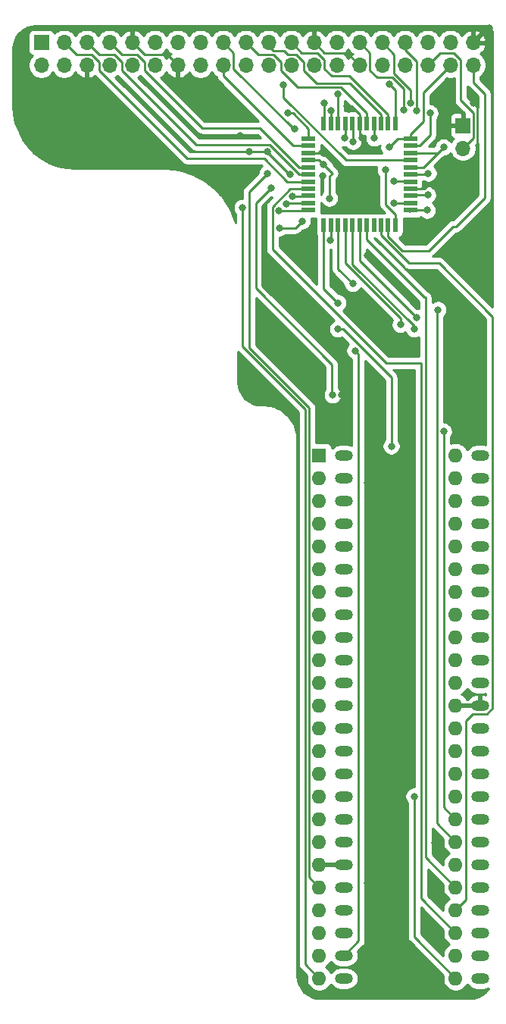
<source format=gbr>
G04 #@! TF.GenerationSoftware,KiCad,Pcbnew,5.1.10-1.fc34*
G04 #@! TF.CreationDate,2021-06-07T07:45:22+01:00*
G04 #@! TF.ProjectId,A500,41353030-2e6b-4696-9361-645f70636258,rev?*
G04 #@! TF.SameCoordinates,Original*
G04 #@! TF.FileFunction,Copper,L1,Top*
G04 #@! TF.FilePolarity,Positive*
%FSLAX46Y46*%
G04 Gerber Fmt 4.6, Leading zero omitted, Abs format (unit mm)*
G04 Created by KiCad (PCBNEW 5.1.10-1.fc34) date 2021-06-07 07:45:22*
%MOMM*%
%LPD*%
G01*
G04 APERTURE LIST*
G04 #@! TA.AperFunction,SMDPad,CuDef*
%ADD10R,0.550000X1.500000*%
G04 #@! TD*
G04 #@! TA.AperFunction,SMDPad,CuDef*
%ADD11R,1.500000X0.550000*%
G04 #@! TD*
G04 #@! TA.AperFunction,ComponentPad*
%ADD12O,2.000000X1.200000*%
G04 #@! TD*
G04 #@! TA.AperFunction,ComponentPad*
%ADD13O,1.700000X1.700000*%
G04 #@! TD*
G04 #@! TA.AperFunction,ComponentPad*
%ADD14R,1.700000X1.700000*%
G04 #@! TD*
G04 #@! TA.AperFunction,ComponentPad*
%ADD15O,1.600000X1.600000*%
G04 #@! TD*
G04 #@! TA.AperFunction,ComponentPad*
%ADD16R,1.600000X1.600000*%
G04 #@! TD*
G04 #@! TA.AperFunction,ViaPad*
%ADD17C,0.800000*%
G04 #@! TD*
G04 #@! TA.AperFunction,ViaPad*
%ADD18C,1.600000*%
G04 #@! TD*
G04 #@! TA.AperFunction,Conductor*
%ADD19C,0.500000*%
G04 #@! TD*
G04 #@! TA.AperFunction,Conductor*
%ADD20C,0.250000*%
G04 #@! TD*
G04 #@! TA.AperFunction,Conductor*
%ADD21C,0.254000*%
G04 #@! TD*
G04 #@! TA.AperFunction,Conductor*
%ADD22C,0.100000*%
G04 #@! TD*
G04 APERTURE END LIST*
D10*
G04 #@! TO.P,U3,44*
G04 #@! TO.N,/GPIO20*
X99250000Y-43292000D03*
G04 #@! TO.P,U3,43*
G04 #@! TO.N,/GPIO21*
X98450000Y-43292000D03*
G04 #@! TO.P,U3,42*
G04 #@! TO.N,/G0*
X97650000Y-43292000D03*
G04 #@! TO.P,U3,41*
G04 #@! TO.N,/VSYNC*
X96850000Y-43292000D03*
G04 #@! TO.P,U3,40*
G04 #@! TO.N,/G1*
X96050000Y-43292000D03*
G04 #@! TO.P,U3,39*
G04 #@! TO.N,/R1*
X95250000Y-43292000D03*
G04 #@! TO.P,U3,38*
G04 #@! TO.N,/B1*
X94450000Y-43292000D03*
G04 #@! TO.P,U3,37*
G04 #@! TO.N,/B2*
X93650000Y-43292000D03*
G04 #@! TO.P,U3,36*
G04 #@! TO.N,/G2*
X92850000Y-43292000D03*
G04 #@! TO.P,U3,35*
G04 #@! TO.N,+3V3*
X92050000Y-43292000D03*
G04 #@! TO.P,U3,34*
G04 #@! TO.N,/R2*
X91250000Y-43292000D03*
D11*
G04 #@! TO.P,U3,33*
G04 #@! TO.N,/GPIO18*
X89550000Y-41592000D03*
G04 #@! TO.P,U3,32*
G04 #@! TO.N,/R3*
X89550000Y-40792000D03*
G04 #@! TO.P,U3,31*
G04 #@! TO.N,/G3*
X89550000Y-39992000D03*
G04 #@! TO.P,U3,30*
G04 #@! TO.N,/B3*
X89550000Y-39192000D03*
G04 #@! TO.P,U3,29*
G04 #@! TO.N,/GPIO2*
X89550000Y-38392000D03*
G04 #@! TO.P,U3,28*
G04 #@! TO.N,/GPIO3*
X89550000Y-37592000D03*
G04 #@! TO.P,U3,27*
G04 #@! TO.N,/GPIO4*
X89550000Y-36792000D03*
G04 #@! TO.P,U3,26*
G04 #@! TO.N,+3V3*
X89550000Y-35992000D03*
G04 #@! TO.P,U3,25*
G04 #@! TO.N,GND*
X89550000Y-35192000D03*
G04 #@! TO.P,U3,24*
G04 #@! TO.N,/GPIO24*
X89550000Y-34392000D03*
G04 #@! TO.P,U3,23*
G04 #@! TO.N,/HSYNC*
X89550000Y-33592000D03*
D10*
G04 #@! TO.P,U3,22*
G04 #@! TO.N,/GPIO17*
X91250000Y-31892000D03*
G04 #@! TO.P,U3,21*
G04 #@! TO.N,/R0*
X92050000Y-31892000D03*
G04 #@! TO.P,U3,20*
G04 #@! TO.N,/GPIO23*
X92850000Y-31892000D03*
G04 #@! TO.P,U3,19*
G04 #@! TO.N,/DETECT*
X93650000Y-31892000D03*
G04 #@! TO.P,U3,18*
G04 #@! TO.N,/B0*
X94450000Y-31892000D03*
G04 #@! TO.P,U3,17*
G04 #@! TO.N,GND*
X95250000Y-31892000D03*
G04 #@! TO.P,U3,16*
G04 #@! TO.N,/GPIO10*
X96050000Y-31892000D03*
G04 #@! TO.P,U3,15*
G04 #@! TO.N,+3V3*
X96850000Y-31892000D03*
G04 #@! TO.P,U3,14*
G04 #@! TO.N,/GPIO9*
X97650000Y-31892000D03*
G04 #@! TO.P,U3,13*
G04 #@! TO.N,/GPIO11*
X98450000Y-31892000D03*
G04 #@! TO.P,U3,12*
G04 #@! TO.N,/GPIO8*
X99250000Y-31892000D03*
D11*
G04 #@! TO.P,U3,11*
G04 #@! TO.N,/GPIO20*
X100950000Y-33592000D03*
G04 #@! TO.P,U3,10*
G04 #@! TO.N,/CLKEN*
X100950000Y-34392000D03*
G04 #@! TO.P,U3,9*
G04 #@! TO.N,/GPIO0*
X100950000Y-35192000D03*
G04 #@! TO.P,U3,8*
G04 #@! TO.N,/GPIO7*
X100950000Y-35992000D03*
G04 #@! TO.P,U3,7*
G04 #@! TO.N,/GPIO0*
X100950000Y-36792000D03*
G04 #@! TO.P,U3,6*
G04 #@! TO.N,/CLKEN*
X100950000Y-37592000D03*
G04 #@! TO.P,U3,5*
G04 #@! TO.N,/GPIO5*
X100950000Y-38392000D03*
G04 #@! TO.P,U3,4*
G04 #@! TO.N,GND*
X100950000Y-39192000D03*
G04 #@! TO.P,U3,3*
G04 #@! TO.N,/GPIO12*
X100950000Y-39992000D03*
G04 #@! TO.P,U3,2*
G04 #@! TO.N,/GPIO6*
X100950000Y-40792000D03*
G04 #@! TO.P,U3,1*
G04 #@! TO.N,/GPIO13*
X100950000Y-41592000D03*
G04 #@! TD*
D12*
G04 #@! TO.P,U2,24*
G04 #@! TO.N,/B0*
X93472000Y-127406400D03*
G04 #@! TO.P,U2,25*
G04 #@! TO.N,/B1*
X108712000Y-127406400D03*
G04 #@! TO.P,U2,23*
G04 #@! TO.N,/R3*
X93472000Y-124866400D03*
G04 #@! TO.P,U2,26*
G04 #@! TO.N,/B2*
X108712000Y-124866400D03*
G04 #@! TO.P,U2,22*
G04 #@! TO.N,/R2*
X93472000Y-122326400D03*
G04 #@! TO.P,U2,27*
G04 #@! TO.N,/B3*
X108712000Y-122326400D03*
G04 #@! TO.P,U2,21*
G04 #@! TO.N,/R1*
X93472000Y-119786400D03*
G04 #@! TO.P,U2,28*
G04 #@! TO.N,/G0*
X108712000Y-119786400D03*
G04 #@! TO.P,U2,20*
G04 #@! TO.N,/R0*
X93472000Y-117246400D03*
G04 #@! TO.P,U2,29*
G04 #@! TO.N,/G1*
X108712000Y-117246400D03*
G04 #@! TO.P,U2,19*
G04 #@! TO.N,VCC*
X93472000Y-114706400D03*
G04 #@! TO.P,U2,30*
G04 #@! TO.N,/G2*
X108712000Y-114706400D03*
G04 #@! TO.P,U2,18*
G04 #@! TO.N,/BURST*
X93472000Y-112166400D03*
G04 #@! TO.P,U2,31*
G04 #@! TO.N,/G3*
X108712000Y-112166400D03*
G04 #@! TO.P,U2,17*
G04 #@! TO.N,/RGA1*
X93472000Y-109626400D03*
G04 #@! TO.P,U2,32*
G04 #@! TO.N,/HSYNC*
X108712000Y-109626400D03*
G04 #@! TO.P,U2,16*
G04 #@! TO.N,/RGA2*
X93472000Y-107086400D03*
G04 #@! TO.P,U2,33*
G04 #@! TO.N,/ZD*
X108712000Y-107086400D03*
G04 #@! TO.P,U2,15*
G04 #@! TO.N,/RGA3*
X93472000Y-104546400D03*
G04 #@! TO.P,U2,34*
G04 #@! TO.N,/NC*
X108712000Y-104546400D03*
G04 #@! TO.P,U2,14*
G04 #@! TO.N,/RGA4*
X93472000Y-102006400D03*
G04 #@! TO.P,U2,35*
G04 #@! TO.N,/7M*
X108712000Y-102006400D03*
G04 #@! TO.P,U2,13*
G04 #@! TO.N,/RGA5*
X93472000Y-99466400D03*
G04 #@! TO.P,U2,36*
G04 #@! TO.N,/CCK*
X108712000Y-99466400D03*
G04 #@! TO.P,U2,12*
G04 #@! TO.N,/RGA6*
X93472000Y-96926400D03*
G04 #@! TO.P,U2,37*
G04 #@! TO.N,GND*
X108712000Y-96926400D03*
G04 #@! TO.P,U2,11*
G04 #@! TO.N,/RGA7*
X93472000Y-94386400D03*
G04 #@! TO.P,U2,38*
G04 #@! TO.N,/M0V*
X108712000Y-94386400D03*
G04 #@! TO.P,U2,10*
G04 #@! TO.N,/RGA8*
X93472000Y-91846400D03*
G04 #@! TO.P,U2,39*
G04 #@! TO.N,/M1V*
X108712000Y-91846400D03*
G04 #@! TO.P,U2,9*
G04 #@! TO.N,/M0H*
X93472000Y-89306400D03*
G04 #@! TO.P,U2,40*
G04 #@! TO.N,/D15*
X108712000Y-89306400D03*
G04 #@! TO.P,U2,8*
G04 #@! TO.N,/M1H*
X93472000Y-86766400D03*
G04 #@! TO.P,U2,41*
G04 #@! TO.N,/D14*
X108712000Y-86766400D03*
G04 #@! TO.P,U2,7*
G04 #@! TO.N,/D0*
X93472000Y-84226400D03*
G04 #@! TO.P,U2,42*
G04 #@! TO.N,/D13*
X108712000Y-84226400D03*
G04 #@! TO.P,U2,6*
G04 #@! TO.N,/D1*
X93472000Y-81686400D03*
G04 #@! TO.P,U2,43*
G04 #@! TO.N,/D12*
X108712000Y-81686400D03*
G04 #@! TO.P,U2,5*
G04 #@! TO.N,/D2*
X93472000Y-79146400D03*
G04 #@! TO.P,U2,44*
G04 #@! TO.N,/D11*
X108712000Y-79146400D03*
G04 #@! TO.P,U2,4*
G04 #@! TO.N,/D3*
X93472000Y-76606400D03*
G04 #@! TO.P,U2,45*
G04 #@! TO.N,/D10*
X108712000Y-76606400D03*
G04 #@! TO.P,U2,3*
G04 #@! TO.N,/D4*
X93472000Y-74066400D03*
G04 #@! TO.P,U2,46*
G04 #@! TO.N,/D9*
X108712000Y-74066400D03*
G04 #@! TO.P,U2,2*
G04 #@! TO.N,/D5*
X93472000Y-71526400D03*
G04 #@! TO.P,U2,47*
G04 #@! TO.N,/D8*
X108712000Y-71526400D03*
G04 #@! TO.P,U2,1*
G04 #@! TO.N,/D6*
X93472000Y-68986400D03*
G04 #@! TO.P,U2,48*
G04 #@! TO.N,/D7*
X108712000Y-68986400D03*
G04 #@! TD*
D13*
G04 #@! TO.P,J1,40*
G04 #@! TO.N,/GPIO21*
X107950000Y-25400000D03*
G04 #@! TO.P,J1,39*
G04 #@! TO.N,GND*
X107950000Y-22860000D03*
G04 #@! TO.P,J1,38*
G04 #@! TO.N,/GPIO20*
X105410000Y-25400000D03*
G04 #@! TO.P,J1,37*
G04 #@! TO.N,/GPIO26*
X105410000Y-22860000D03*
G04 #@! TO.P,J1,36*
G04 #@! TO.N,/GPIO16*
X102870000Y-25400000D03*
G04 #@! TO.P,J1,35*
G04 #@! TO.N,/GPIO19*
X102870000Y-22860000D03*
G04 #@! TO.P,J1,34*
G04 #@! TO.N,GND*
X100330000Y-25400000D03*
G04 #@! TO.P,J1,33*
G04 #@! TO.N,/GPIO13*
X100330000Y-22860000D03*
G04 #@! TO.P,J1,32*
G04 #@! TO.N,/GPIO12*
X97790000Y-25400000D03*
G04 #@! TO.P,J1,31*
G04 #@! TO.N,/GPIO6*
X97790000Y-22860000D03*
G04 #@! TO.P,J1,30*
G04 #@! TO.N,GND*
X95250000Y-25400000D03*
G04 #@! TO.P,J1,29*
G04 #@! TO.N,/GPIO5*
X95250000Y-22860000D03*
G04 #@! TO.P,J1,28*
G04 #@! TO.N,/CLKEN*
X92710000Y-25400000D03*
G04 #@! TO.P,J1,27*
G04 #@! TO.N,/GPIO0*
X92710000Y-22860000D03*
G04 #@! TO.P,J1,26*
G04 #@! TO.N,/GPIO7*
X90170000Y-25400000D03*
G04 #@! TO.P,J1,25*
G04 #@! TO.N,GND*
X90170000Y-22860000D03*
G04 #@! TO.P,J1,24*
G04 #@! TO.N,/GPIO8*
X87630000Y-25400000D03*
G04 #@! TO.P,J1,23*
G04 #@! TO.N,/GPIO11*
X87630000Y-22860000D03*
G04 #@! TO.P,J1,22*
G04 #@! TO.N,/GPIO25*
X85090000Y-25400000D03*
G04 #@! TO.P,J1,21*
G04 #@! TO.N,/GPIO9*
X85090000Y-22860000D03*
G04 #@! TO.P,J1,20*
G04 #@! TO.N,GND*
X82550000Y-25400000D03*
G04 #@! TO.P,J1,19*
G04 #@! TO.N,/GPIO10*
X82550000Y-22860000D03*
G04 #@! TO.P,J1,18*
G04 #@! TO.N,/GPIO24*
X80010000Y-25400000D03*
G04 #@! TO.P,J1,17*
G04 #@! TO.N,+3V3*
X80010000Y-22860000D03*
G04 #@! TO.P,J1,16*
G04 #@! TO.N,/GPIO23*
X77470000Y-25400000D03*
G04 #@! TO.P,J1,15*
G04 #@! TO.N,/GPIO22*
X77470000Y-22860000D03*
G04 #@! TO.P,J1,14*
G04 #@! TO.N,GND*
X74930000Y-25400000D03*
G04 #@! TO.P,J1,13*
G04 #@! TO.N,/GPIO27*
X74930000Y-22860000D03*
G04 #@! TO.P,J1,12*
G04 #@! TO.N,/GPIO18*
X72390000Y-25400000D03*
G04 #@! TO.P,J1,11*
G04 #@! TO.N,/GPIO17*
X72390000Y-22860000D03*
G04 #@! TO.P,J1,10*
G04 #@! TO.N,/GPIO15*
X69850000Y-25400000D03*
G04 #@! TO.P,J1,9*
G04 #@! TO.N,GND*
X69850000Y-22860000D03*
G04 #@! TO.P,J1,8*
G04 #@! TO.N,/GPIO14*
X67310000Y-25400000D03*
G04 #@! TO.P,J1,7*
G04 #@! TO.N,/GPIO4*
X67310000Y-22860000D03*
G04 #@! TO.P,J1,6*
G04 #@! TO.N,GND*
X64770000Y-25400000D03*
G04 #@! TO.P,J1,5*
G04 #@! TO.N,/GPIO3*
X64770000Y-22860000D03*
G04 #@! TO.P,J1,4*
G04 #@! TO.N,VCC*
X62230000Y-25400000D03*
G04 #@! TO.P,J1,3*
G04 #@! TO.N,/GPIO2*
X62230000Y-22860000D03*
G04 #@! TO.P,J1,2*
G04 #@! TO.N,VCC*
X59690000Y-25400000D03*
D14*
G04 #@! TO.P,J1,1*
G04 #@! TO.N,+3V3*
X59690000Y-22860000D03*
G04 #@! TD*
D15*
G04 #@! TO.P,U1,48*
G04 #@! TO.N,/D7*
X105990000Y-68965000D03*
G04 #@! TO.P,U1,24*
G04 #@! TO.N,/B0*
X90750000Y-127385000D03*
G04 #@! TO.P,U1,47*
G04 #@! TO.N,/D8*
X105990000Y-71505000D03*
G04 #@! TO.P,U1,23*
G04 #@! TO.N,/R3*
X90750000Y-124845000D03*
G04 #@! TO.P,U1,46*
G04 #@! TO.N,/D9*
X105990000Y-74045000D03*
G04 #@! TO.P,U1,22*
G04 #@! TO.N,/R2*
X90750000Y-122305000D03*
G04 #@! TO.P,U1,45*
G04 #@! TO.N,/D10*
X105990000Y-76585000D03*
G04 #@! TO.P,U1,21*
G04 #@! TO.N,/R1*
X90750000Y-119765000D03*
G04 #@! TO.P,U1,44*
G04 #@! TO.N,/D11*
X105990000Y-79125000D03*
G04 #@! TO.P,U1,20*
G04 #@! TO.N,/R0*
X90750000Y-117225000D03*
G04 #@! TO.P,U1,43*
G04 #@! TO.N,/D12*
X105990000Y-81665000D03*
G04 #@! TO.P,U1,19*
G04 #@! TO.N,VCC*
X90750000Y-114685000D03*
G04 #@! TO.P,U1,42*
G04 #@! TO.N,/D13*
X105990000Y-84205000D03*
G04 #@! TO.P,U1,18*
G04 #@! TO.N,/BURST*
X90750000Y-112145000D03*
G04 #@! TO.P,U1,41*
G04 #@! TO.N,/D14*
X105990000Y-86745000D03*
G04 #@! TO.P,U1,17*
G04 #@! TO.N,/RGA1*
X90750000Y-109605000D03*
G04 #@! TO.P,U1,40*
G04 #@! TO.N,/D15*
X105990000Y-89285000D03*
G04 #@! TO.P,U1,16*
G04 #@! TO.N,/RGA2*
X90750000Y-107065000D03*
G04 #@! TO.P,U1,39*
G04 #@! TO.N,/M1V*
X105990000Y-91825000D03*
G04 #@! TO.P,U1,15*
G04 #@! TO.N,/RGA3*
X90750000Y-104525000D03*
G04 #@! TO.P,U1,38*
G04 #@! TO.N,/M0V*
X105990000Y-94365000D03*
G04 #@! TO.P,U1,14*
G04 #@! TO.N,/RGA4*
X90750000Y-101985000D03*
G04 #@! TO.P,U1,37*
G04 #@! TO.N,GND*
X105990000Y-96905000D03*
G04 #@! TO.P,U1,13*
G04 #@! TO.N,/RGA5*
X90750000Y-99445000D03*
G04 #@! TO.P,U1,36*
G04 #@! TO.N,/CCK*
X105990000Y-99445000D03*
G04 #@! TO.P,U1,12*
G04 #@! TO.N,/RGA6*
X90750000Y-96905000D03*
G04 #@! TO.P,U1,35*
G04 #@! TO.N,/7M*
X105990000Y-101985000D03*
G04 #@! TO.P,U1,11*
G04 #@! TO.N,/RGA7*
X90750000Y-94365000D03*
G04 #@! TO.P,U1,34*
G04 #@! TO.N,/NC*
X105990000Y-104525000D03*
G04 #@! TO.P,U1,10*
G04 #@! TO.N,/RGA8*
X90750000Y-91825000D03*
G04 #@! TO.P,U1,33*
G04 #@! TO.N,/ZD*
X105990000Y-107065000D03*
G04 #@! TO.P,U1,9*
G04 #@! TO.N,/M0H*
X90750000Y-89285000D03*
G04 #@! TO.P,U1,32*
G04 #@! TO.N,/HSYNC*
X105990000Y-109605000D03*
G04 #@! TO.P,U1,8*
G04 #@! TO.N,/M1H*
X90750000Y-86745000D03*
G04 #@! TO.P,U1,31*
G04 #@! TO.N,/G3*
X105990000Y-112145000D03*
G04 #@! TO.P,U1,7*
G04 #@! TO.N,/D0*
X90750000Y-84205000D03*
G04 #@! TO.P,U1,30*
G04 #@! TO.N,/G2*
X105990000Y-114685000D03*
G04 #@! TO.P,U1,6*
G04 #@! TO.N,/D1*
X90750000Y-81665000D03*
G04 #@! TO.P,U1,29*
G04 #@! TO.N,/G1*
X105990000Y-117225000D03*
G04 #@! TO.P,U1,5*
G04 #@! TO.N,/D2*
X90750000Y-79125000D03*
G04 #@! TO.P,U1,28*
G04 #@! TO.N,/G0*
X105990000Y-119765000D03*
G04 #@! TO.P,U1,4*
G04 #@! TO.N,/D3*
X90750000Y-76585000D03*
G04 #@! TO.P,U1,27*
G04 #@! TO.N,/B3*
X105990000Y-122305000D03*
G04 #@! TO.P,U1,3*
G04 #@! TO.N,/D4*
X90750000Y-74045000D03*
G04 #@! TO.P,U1,26*
G04 #@! TO.N,/B2*
X105990000Y-124845000D03*
G04 #@! TO.P,U1,2*
G04 #@! TO.N,/D5*
X90750000Y-71505000D03*
G04 #@! TO.P,U1,25*
G04 #@! TO.N,/B1*
X105990000Y-127385000D03*
D16*
G04 #@! TO.P,U1,1*
G04 #@! TO.N,/D6*
X90750000Y-68965000D03*
G04 #@! TD*
D13*
G04 #@! TO.P,JP1,2*
G04 #@! TO.N,/GPIO16*
X106807000Y-34671000D03*
D14*
G04 #@! TO.P,JP1,1*
G04 #@! TO.N,GND*
X106807000Y-32131000D03*
G04 #@! TD*
D17*
G04 #@! TO.N,GND*
X89916000Y-44958000D03*
X93853000Y-29972000D03*
X96139000Y-72009000D03*
D18*
X63500000Y-32258000D03*
D17*
X91186000Y-35179000D03*
X95504000Y-33528000D03*
X96774000Y-67945000D03*
X96901000Y-60706000D03*
X93218000Y-62230000D03*
X100584000Y-60452000D03*
X99314000Y-56388000D03*
X96647000Y-54356000D03*
X107442000Y-52451000D03*
X107696000Y-64135000D03*
X96139000Y-51689000D03*
X108585000Y-49657000D03*
X108458000Y-42799000D03*
X107950000Y-29591000D03*
X78105000Y-28321000D03*
X81915000Y-30861000D03*
X93317148Y-37745668D03*
X84963000Y-35052000D03*
X82931000Y-35052000D03*
X100457000Y-50927000D03*
X96139000Y-46609000D03*
X109728000Y-21209000D03*
X81026000Y-38354000D03*
X81915000Y-33274000D03*
X103378000Y-42926000D03*
X90932000Y-66675000D03*
X87503000Y-37592000D03*
X83566000Y-59817000D03*
X85217000Y-54483000D03*
X99695000Y-128905000D03*
X102870000Y-121920000D03*
X103378000Y-117221000D03*
X103632000Y-112268000D03*
X97917000Y-119507000D03*
X96139000Y-116713000D03*
X91122500Y-37719000D03*
X91059000Y-53784500D03*
X104775000Y-46228000D03*
X86423500Y-49212500D03*
X106172000Y-38417500D03*
G04 #@! TO.N,+3V3*
X87972500Y-32473500D03*
X91948000Y-44958000D03*
X96901000Y-33528000D03*
X91249500Y-36512500D03*
X91884500Y-40259000D03*
G04 #@! TO.N,/GPIO20*
X98552000Y-34544000D03*
X98152001Y-37065001D03*
G04 #@! TO.N,/GPIO18*
X86233000Y-41656000D03*
G04 #@! TO.N,/GPIO13*
X101653000Y-30437938D03*
X102806500Y-41592500D03*
G04 #@! TO.N,/GPIO12*
X102870000Y-39878000D03*
G04 #@! TO.N,/GPIO6*
X100928000Y-29645892D03*
X99060000Y-40767000D03*
G04 #@! TO.N,/GPIO5*
X100203000Y-30353000D03*
X99060000Y-38354000D03*
G04 #@! TO.N,/GPIO0*
X104648000Y-34544000D03*
G04 #@! TO.N,/GPIO7*
X86741000Y-27559000D03*
G04 #@! TO.N,/GPIO8*
X98563670Y-27488429D03*
G04 #@! TO.N,/GPIO23*
X92837000Y-28575000D03*
G04 #@! TO.N,/GPIO17*
X91313000Y-29591000D03*
G04 #@! TO.N,/CLKEN*
X103124000Y-30734000D03*
X102933500Y-37465000D03*
G04 #@! TO.N,/B0*
X86307000Y-43561000D03*
X94527479Y-33899391D03*
X82146808Y-41297192D03*
X88836500Y-42799000D03*
G04 #@! TO.N,/R3*
X87032000Y-40894000D03*
X94742000Y-57277000D03*
G04 #@! TO.N,/R2*
X98806000Y-67945000D03*
X92837000Y-51943000D03*
X92837000Y-54864000D03*
G04 #@! TO.N,/R1*
X101600000Y-53594000D03*
G04 #@! TO.N,/R0*
X84963000Y-37465000D03*
X92038000Y-30480000D03*
G04 #@! TO.N,/G3*
X104013000Y-52705000D03*
X87757000Y-40005000D03*
G04 #@! TO.N,/G2*
X94488000Y-49784000D03*
G04 #@! TO.N,/B2*
X99822000Y-54356000D03*
G04 #@! TO.N,/B1*
X101350653Y-54859347D03*
X101346000Y-107061000D03*
G04 #@! TO.N,/HSYNC*
X87249000Y-30734000D03*
X85344000Y-39116000D03*
X92217997Y-62230000D03*
X104648000Y-66294000D03*
G04 #@! TO.N,/DETECT*
X93599000Y-33528000D03*
G04 #@! TD*
D19*
G04 #@! TO.N,VCC*
X90771400Y-114706400D02*
X90750000Y-114685000D01*
X93472000Y-114706400D02*
X90771400Y-114706400D01*
D20*
G04 #@! TO.N,GND*
X73754999Y-24224999D02*
X74930000Y-25400000D01*
X71214999Y-24224999D02*
X73754999Y-24224999D01*
X69850000Y-22860000D02*
X71214999Y-24224999D01*
D19*
X64770000Y-30988000D02*
X63500000Y-32258000D01*
X64770000Y-25400000D02*
X64770000Y-30988000D01*
D20*
X91173000Y-35192000D02*
X91186000Y-35179000D01*
X89550000Y-35192000D02*
X91173000Y-35192000D01*
X95250000Y-33274000D02*
X95504000Y-33528000D01*
X95250000Y-31892000D02*
X95250000Y-33274000D01*
X91345001Y-24035001D02*
X90170000Y-22860000D01*
X93885001Y-24035001D02*
X91345001Y-24035001D01*
X95250000Y-25400000D02*
X93885001Y-24035001D01*
D19*
X108690600Y-96905000D02*
X108712000Y-96926400D01*
X105990000Y-96905000D02*
X108690600Y-96905000D01*
D20*
X96774000Y-71374000D02*
X96139000Y-72009000D01*
X96774000Y-67945000D02*
X96774000Y-71374000D01*
X94330000Y-29972000D02*
X93853000Y-29972000D01*
X95250000Y-30892000D02*
X94330000Y-29972000D01*
X95250000Y-31892000D02*
X95250000Y-30892000D01*
X93317148Y-37310148D02*
X93317148Y-37745668D01*
X91186000Y-35179000D02*
X93317148Y-37310148D01*
X84963000Y-35052000D02*
X82931000Y-35052000D01*
X110127999Y-48114001D02*
X108585000Y-49657000D01*
X110127999Y-21608999D02*
X110127999Y-48114001D01*
X109728000Y-21209000D02*
X110127999Y-21608999D01*
X96139000Y-117729000D02*
X97917000Y-119507000D01*
X96139000Y-116713000D02*
X96139000Y-117729000D01*
X99695000Y-121285000D02*
X99695000Y-128905000D01*
X97917000Y-119507000D02*
X99695000Y-121285000D01*
X103257498Y-38417500D02*
X106172000Y-38417500D01*
X102482998Y-39192000D02*
X103257498Y-38417500D01*
X100950000Y-39192000D02*
X102482998Y-39192000D01*
D19*
X109601000Y-21209000D02*
X107950000Y-22860000D01*
X109728000Y-21209000D02*
X109601000Y-21209000D01*
D20*
X108432010Y-36157490D02*
X106172000Y-38417500D01*
X108432010Y-30073010D02*
X108432010Y-36157490D01*
X107950000Y-29591000D02*
X108432010Y-30073010D01*
G04 #@! TO.N,+3V3*
X87884498Y-32473500D02*
X87972500Y-32473500D01*
X81185001Y-25774003D02*
X87884498Y-32473500D01*
X81185001Y-24035001D02*
X81185001Y-25774003D01*
X80010000Y-22860000D02*
X81185001Y-24035001D01*
X92050000Y-44856000D02*
X91948000Y-44958000D01*
X92050000Y-43292000D02*
X92050000Y-44856000D01*
X96901000Y-31943000D02*
X96850000Y-31892000D01*
X96901000Y-33528000D02*
X96901000Y-31943000D01*
X90729000Y-35992000D02*
X89550000Y-35992000D01*
X91249500Y-36512500D02*
X90729000Y-35992000D01*
X91249500Y-36512500D02*
X92202000Y-37465000D01*
X91884500Y-37782500D02*
X91884500Y-40259000D01*
X92202000Y-37465000D02*
X91884500Y-37782500D01*
G04 #@! TO.N,/GPIO21*
X107950000Y-27305000D02*
X109220000Y-28575000D01*
X107950000Y-25400000D02*
X107950000Y-27305000D01*
X105696999Y-43401999D02*
X102997000Y-46101998D01*
X106038003Y-43401999D02*
X105696999Y-43401999D01*
X109220000Y-40220002D02*
X106038003Y-43401999D01*
X109220000Y-36766500D02*
X109220000Y-40220002D01*
X109220000Y-28575000D02*
X109220000Y-36766500D01*
X109220000Y-36766500D02*
X109220000Y-40093002D01*
X100049998Y-46101998D02*
X98450000Y-44502000D01*
X98450000Y-44502000D02*
X98450000Y-43292000D01*
X102997000Y-46101998D02*
X100049998Y-46101998D01*
G04 #@! TO.N,/GPIO20*
X100950000Y-33067000D02*
X100950000Y-33592000D01*
X102378001Y-31638999D02*
X100950000Y-33067000D01*
X102378001Y-28431999D02*
X102378001Y-31638999D01*
X105410000Y-25400000D02*
X102378001Y-28431999D01*
X99504000Y-33592000D02*
X98552000Y-34544000D01*
X100950000Y-33592000D02*
X99504000Y-33592000D01*
X99250000Y-42030002D02*
X98152001Y-40932003D01*
X99250000Y-43292000D02*
X99250000Y-42030002D01*
X98152001Y-40932003D02*
X98152001Y-37065001D01*
G04 #@! TO.N,/GPIO16*
X105784003Y-24035001D02*
X104234999Y-24035001D01*
X106585001Y-24835999D02*
X105784003Y-24035001D01*
X106585001Y-29299003D02*
X106585001Y-24835999D01*
X107982001Y-30696003D02*
X106585001Y-29299003D01*
X104234999Y-24035001D02*
X102870000Y-25400000D01*
X107982001Y-33495999D02*
X107982001Y-30696003D01*
X106807000Y-34671000D02*
X107982001Y-33495999D01*
G04 #@! TO.N,/GPIO18*
X89486000Y-41656000D02*
X89550000Y-41592000D01*
X86233000Y-41656000D02*
X89486000Y-41656000D01*
G04 #@! TO.N,/GPIO13*
X100785048Y-41756952D02*
X100950000Y-41592000D01*
X100330000Y-23660998D02*
X100330000Y-22860000D01*
X101653000Y-24983998D02*
X100330000Y-23660998D01*
X101653000Y-30437938D02*
X101653000Y-24983998D01*
X100950500Y-41592500D02*
X100950000Y-41592000D01*
X102806500Y-41592500D02*
X100950500Y-41592500D01*
G04 #@! TO.N,/GPIO12*
X101064000Y-39878000D02*
X100950000Y-39992000D01*
X102870000Y-39878000D02*
X101064000Y-39878000D01*
G04 #@! TO.N,/GPIO6*
X100928000Y-28143347D02*
X100928000Y-29645892D01*
X99098072Y-26313419D02*
X100928000Y-28143347D01*
X99098072Y-24168072D02*
X99098072Y-26313419D01*
X97790000Y-22860000D02*
X99098072Y-24168072D01*
X100925000Y-40767000D02*
X100950000Y-40792000D01*
X99060000Y-40767000D02*
X100925000Y-40767000D01*
G04 #@! TO.N,/GPIO5*
X98911671Y-26763428D02*
X100203000Y-28054757D01*
X100203000Y-28054757D02*
X100203000Y-30353000D01*
X97224428Y-26763428D02*
X98911671Y-26763428D01*
X96425001Y-25964001D02*
X97224428Y-26763428D01*
X96425001Y-24035001D02*
X96425001Y-25964001D01*
X95250000Y-22860000D02*
X96425001Y-24035001D01*
X100912000Y-38354000D02*
X100950000Y-38392000D01*
X99060000Y-38354000D02*
X100912000Y-38354000D01*
G04 #@! TO.N,/GPIO0*
X104648000Y-34544000D02*
X104506000Y-34544000D01*
X104000000Y-35192000D02*
X104648000Y-34544000D01*
X100950000Y-35192000D02*
X104000000Y-35192000D01*
X102400000Y-36792000D02*
X100950000Y-36792000D01*
X104648000Y-34544000D02*
X102400000Y-36792000D01*
G04 #@! TO.N,/GPIO7*
X86741000Y-28993002D02*
X86741000Y-27559000D01*
X93739998Y-35992000D02*
X86741000Y-28993002D01*
X100950000Y-35992000D02*
X93739998Y-35992000D01*
G04 #@! TO.N,/GPIO8*
X99250000Y-28174759D02*
X98563670Y-27488429D01*
X99250000Y-31892000D02*
X99250000Y-28174759D01*
G04 #@! TO.N,/GPIO11*
X90544003Y-24035001D02*
X88805001Y-24035001D01*
X91345001Y-24835999D02*
X90544003Y-24035001D01*
X88805001Y-24035001D02*
X87630000Y-22860000D01*
X91345001Y-25774003D02*
X91345001Y-24835999D01*
X92145999Y-26575001D02*
X91345001Y-25774003D01*
X94133001Y-26575001D02*
X92145999Y-26575001D01*
X98450000Y-30892000D02*
X94133001Y-26575001D01*
X98450000Y-31892000D02*
X98450000Y-30892000D01*
G04 #@! TO.N,/GPIO9*
X97650000Y-30892000D02*
X97650000Y-31892000D01*
X88994999Y-25964001D02*
X90430987Y-27399989D01*
X94157989Y-27399989D02*
X97650000Y-30892000D01*
X88994999Y-25025997D02*
X88994999Y-25964001D01*
X88194001Y-24224999D02*
X88994999Y-25025997D01*
X87255997Y-24224999D02*
X88194001Y-24224999D01*
X86805987Y-23774989D02*
X87255997Y-24224999D01*
X90430987Y-27399989D02*
X94157989Y-27399989D01*
X85090000Y-23241000D02*
X85623989Y-23774989D01*
X85623989Y-23774989D02*
X86805987Y-23774989D01*
X85090000Y-22860000D02*
X85090000Y-23241000D01*
G04 #@! TO.N,/GPIO10*
X96050000Y-30714998D02*
X96050000Y-31892000D01*
X93185001Y-27849999D02*
X96050000Y-30714998D01*
X86454999Y-25025997D02*
X86454999Y-25964001D01*
X85654001Y-24224999D02*
X86454999Y-25025997D01*
X88340997Y-27849999D02*
X93185001Y-27849999D01*
X86454999Y-25964001D02*
X88340997Y-27849999D01*
X83914999Y-24224999D02*
X85654001Y-24224999D01*
X82550000Y-22860000D02*
X83914999Y-24224999D01*
G04 #@! TO.N,/GPIO24*
X87799919Y-34392000D02*
X89550000Y-34392000D01*
X80010000Y-26602081D02*
X87799919Y-34392000D01*
X80010000Y-25400000D02*
X80010000Y-26602081D01*
G04 #@! TO.N,/GPIO23*
X92837000Y-31879000D02*
X92850000Y-31892000D01*
X92837000Y-28575000D02*
X92837000Y-31879000D01*
G04 #@! TO.N,/GPIO17*
X91313000Y-31829000D02*
X91250000Y-31892000D01*
X91313000Y-29591000D02*
X91313000Y-31829000D01*
G04 #@! TO.N,/GPIO4*
X71214999Y-25964001D02*
X77635998Y-32385000D01*
X71214999Y-25025997D02*
X71214999Y-25964001D01*
X70414001Y-24224999D02*
X71214999Y-25025997D01*
X68674999Y-24224999D02*
X70414001Y-24224999D01*
X67310000Y-22860000D02*
X68674999Y-24224999D01*
X84143000Y-32385000D02*
X88550000Y-36792000D01*
X88550000Y-36792000D02*
X89550000Y-36792000D01*
X77635998Y-32385000D02*
X84143000Y-32385000D01*
G04 #@! TO.N,/GPIO3*
X68674999Y-25964001D02*
X77000998Y-34290000D01*
X68674999Y-25025997D02*
X68674999Y-25964001D01*
X67874001Y-24224999D02*
X68674999Y-25025997D01*
X66134999Y-24224999D02*
X67874001Y-24224999D01*
X64770000Y-22860000D02*
X66134999Y-24224999D01*
X88550000Y-37592000D02*
X89550000Y-37592000D01*
X85248000Y-34290000D02*
X88550000Y-37592000D01*
X77000998Y-34290000D02*
X85248000Y-34290000D01*
G04 #@! TO.N,/GPIO2*
X66134999Y-25964001D02*
X75984998Y-35814000D01*
X66134999Y-25025997D02*
X66134999Y-25964001D01*
X65334001Y-24224999D02*
X66134999Y-25025997D01*
X63594999Y-24224999D02*
X65334001Y-24224999D01*
X62230000Y-22860000D02*
X63594999Y-24224999D01*
X87160000Y-38392000D02*
X89550000Y-38392000D01*
X84582000Y-35814000D02*
X87160000Y-38392000D01*
X75984998Y-35814000D02*
X84582000Y-35814000D01*
G04 #@! TO.N,/CLKEN*
X103124000Y-33218000D02*
X103124000Y-30734000D01*
X101950000Y-34392000D02*
X103124000Y-33218000D01*
X100950000Y-34392000D02*
X101950000Y-34392000D01*
X102806500Y-37592000D02*
X102933500Y-37465000D01*
X100950000Y-37592000D02*
X102806500Y-37592000D01*
G04 #@! TO.N,/B0*
X89174989Y-63836288D02*
X82468092Y-57129391D01*
X89174989Y-125809989D02*
X89174989Y-63836288D01*
X90750000Y-127385000D02*
X89174989Y-125809989D01*
X94527479Y-31969479D02*
X94450000Y-31892000D01*
X94527479Y-33899391D02*
X94527479Y-31969479D01*
X82146808Y-56808107D02*
X82468092Y-57129391D01*
X82146808Y-41297192D02*
X82146808Y-56808107D01*
X88074500Y-43561000D02*
X88836500Y-42799000D01*
X86307000Y-43561000D02*
X88074500Y-43561000D01*
G04 #@! TO.N,/R3*
X87134000Y-40792000D02*
X87032000Y-40894000D01*
X89550000Y-40792000D02*
X87134000Y-40792000D01*
X95141999Y-123196401D02*
X93472000Y-124866400D01*
X95141999Y-57676999D02*
X95141999Y-123196401D01*
X94742000Y-57277000D02*
X95141999Y-57676999D01*
G04 #@! TO.N,/R2*
X93402002Y-54864000D02*
X92837000Y-54864000D01*
X98806000Y-60267998D02*
X93402002Y-54864000D01*
X98806000Y-67945000D02*
X98806000Y-60267998D01*
X91222999Y-43319001D02*
X91250000Y-43292000D01*
X91222999Y-50328999D02*
X91222999Y-43319001D01*
X92837000Y-51943000D02*
X91222999Y-50328999D01*
G04 #@! TO.N,/R1*
X95250000Y-47244000D02*
X101600000Y-53594000D01*
X95250000Y-43292000D02*
X95250000Y-47244000D01*
G04 #@! TO.N,/R0*
X82918102Y-39509898D02*
X84963000Y-37465000D01*
X82918102Y-56942991D02*
X82918102Y-39509898D01*
X89624999Y-63649888D02*
X82918102Y-56942991D01*
X89624999Y-116099999D02*
X89624999Y-63649888D01*
X90750000Y-117225000D02*
X89624999Y-116099999D01*
X92038000Y-31880000D02*
X92050000Y-31892000D01*
X92038000Y-30480000D02*
X92038000Y-31880000D01*
G04 #@! TO.N,/G3*
X103922999Y-52795001D02*
X104013000Y-52705000D01*
X103922999Y-110077999D02*
X103922999Y-52795001D01*
X105990000Y-112145000D02*
X103922999Y-110077999D01*
X89537000Y-40005000D02*
X89550000Y-39992000D01*
X87757000Y-40005000D02*
X89537000Y-40005000D01*
G04 #@! TO.N,/G2*
X92850000Y-48146000D02*
X92850000Y-43292000D01*
X94488000Y-49784000D02*
X92850000Y-48146000D01*
G04 #@! TO.N,/G1*
X105990000Y-117225000D02*
X102616000Y-113851000D01*
X102616000Y-113851000D02*
X102616000Y-51308000D01*
X96050000Y-44901748D02*
X96050000Y-43292000D01*
X102456252Y-51308000D02*
X96050000Y-44901748D01*
X102616000Y-51308000D02*
X102456252Y-51308000D01*
G04 #@! TO.N,/G0*
X110120019Y-53478019D02*
X104140000Y-47498000D01*
X110120019Y-97226542D02*
X110120019Y-53478019D01*
X109495151Y-97851410D02*
X110120019Y-97226542D01*
X107928849Y-97851410D02*
X109495151Y-97851410D01*
X107115001Y-98665258D02*
X107928849Y-97851410D01*
X107115001Y-118639999D02*
X107115001Y-98665258D01*
X105990000Y-119765000D02*
X107115001Y-118639999D01*
X97650000Y-44338410D02*
X97650000Y-43292000D01*
X100809590Y-47498000D02*
X97650000Y-44338410D01*
X104140000Y-47498000D02*
X100809590Y-47498000D01*
G04 #@! TO.N,/B3*
X87496998Y-39192000D02*
X89550000Y-39192000D01*
X85507999Y-41180999D02*
X87496998Y-39192000D01*
X102165990Y-118480990D02*
X102165990Y-58661992D01*
X105990000Y-122305000D02*
X102165990Y-118480990D01*
X85507999Y-41180999D02*
X85507999Y-45955941D01*
X98214050Y-58661992D02*
X102165990Y-58661992D01*
X85507999Y-45955941D02*
X98214050Y-58661992D01*
G04 #@! TO.N,/B2*
X99822000Y-53663998D02*
X99822000Y-54356000D01*
X93650000Y-47491998D02*
X99822000Y-53663998D01*
X93650000Y-43292000D02*
X93650000Y-47491998D01*
G04 #@! TO.N,/B1*
X101350653Y-54556241D02*
X101350653Y-54859347D01*
X94450000Y-47655588D02*
X101350653Y-54556241D01*
X94450000Y-43292000D02*
X94450000Y-47655588D01*
X101346000Y-122741000D02*
X105990000Y-127385000D01*
X101346000Y-107061000D02*
X101346000Y-122741000D01*
G04 #@! TO.N,/HSYNC*
X89550000Y-32469315D02*
X89550000Y-33592000D01*
X87814685Y-30734000D02*
X89550000Y-32469315D01*
X87249000Y-30734000D02*
X87814685Y-30734000D01*
X85344000Y-39116000D02*
X83643102Y-40816898D01*
X83643102Y-44880898D02*
X83643102Y-45466000D01*
X83643102Y-40816898D02*
X83643102Y-44880898D01*
X105990000Y-109605000D02*
X104648000Y-108263000D01*
X104648000Y-108263000D02*
X104648000Y-66294000D01*
X92138500Y-62150503D02*
X92217997Y-62230000D01*
X83643102Y-50305602D02*
X92138500Y-58801000D01*
X83643102Y-44880898D02*
X83643102Y-50305602D01*
X92138500Y-58801000D02*
X92138500Y-62150503D01*
G04 #@! TO.N,/DETECT*
X93650000Y-33477000D02*
X93599000Y-33528000D01*
X93650000Y-31892000D02*
X93650000Y-33477000D01*
G04 #@! TD*
D21*
G04 #@! TO.N,GND*
X81904293Y-57640393D02*
X88414990Y-64151091D01*
X88414989Y-125772667D01*
X88411313Y-125809989D01*
X88414989Y-125847311D01*
X88414989Y-125847321D01*
X88425986Y-125958974D01*
X88463769Y-126083530D01*
X88469443Y-126102235D01*
X88540015Y-126234265D01*
X88569640Y-126270363D01*
X88634988Y-126349990D01*
X88663992Y-126373793D01*
X89351312Y-127061114D01*
X89315000Y-127243665D01*
X89315000Y-127526335D01*
X89370147Y-127803574D01*
X89478320Y-128064727D01*
X89635363Y-128299759D01*
X89835241Y-128499637D01*
X90070273Y-128656680D01*
X90331426Y-128764853D01*
X90608665Y-128820000D01*
X90891335Y-128820000D01*
X91168574Y-128764853D01*
X91429727Y-128656680D01*
X91664759Y-128499637D01*
X91864637Y-128299759D01*
X92021680Y-128064727D01*
X92022489Y-128062775D01*
X92040167Y-128095849D01*
X92194498Y-128283902D01*
X92382551Y-128438233D01*
X92597099Y-128552911D01*
X92829898Y-128623530D01*
X93011335Y-128641400D01*
X93932665Y-128641400D01*
X94114102Y-128623530D01*
X94346901Y-128552911D01*
X94561449Y-128438233D01*
X94749502Y-128283902D01*
X94903833Y-128095849D01*
X95018511Y-127881301D01*
X95089130Y-127648502D01*
X95112975Y-127406400D01*
X95089130Y-127164298D01*
X95018511Y-126931499D01*
X94903833Y-126716951D01*
X94749502Y-126528898D01*
X94561449Y-126374567D01*
X94346901Y-126259889D01*
X94114102Y-126189270D01*
X93932665Y-126171400D01*
X93011335Y-126171400D01*
X92829898Y-126189270D01*
X92597099Y-126259889D01*
X92382551Y-126374567D01*
X92194498Y-126528898D01*
X92040167Y-126716951D01*
X92032477Y-126731339D01*
X92021680Y-126705273D01*
X91864637Y-126470241D01*
X91664759Y-126270363D01*
X91432241Y-126115000D01*
X91664759Y-125959637D01*
X91864637Y-125759759D01*
X92021680Y-125524727D01*
X92022489Y-125522775D01*
X92040167Y-125555849D01*
X92194498Y-125743902D01*
X92382551Y-125898233D01*
X92597099Y-126012911D01*
X92829898Y-126083530D01*
X93011335Y-126101400D01*
X93932665Y-126101400D01*
X94114102Y-126083530D01*
X94346901Y-126012911D01*
X94561449Y-125898233D01*
X94749502Y-125743902D01*
X94903833Y-125555849D01*
X95018511Y-125341301D01*
X95089130Y-125108502D01*
X95112975Y-124866400D01*
X95089130Y-124624298D01*
X95019254Y-124393948D01*
X95653002Y-123760200D01*
X95682000Y-123736402D01*
X95776973Y-123620677D01*
X95847545Y-123488648D01*
X95891002Y-123345387D01*
X95901999Y-123233734D01*
X95901999Y-123233725D01*
X95905675Y-123196402D01*
X95901999Y-123159079D01*
X95901999Y-58438799D01*
X98046001Y-60582801D01*
X98046000Y-67241289D01*
X98002063Y-67285226D01*
X97888795Y-67454744D01*
X97810774Y-67643102D01*
X97771000Y-67843061D01*
X97771000Y-68046939D01*
X97810774Y-68246898D01*
X97888795Y-68435256D01*
X98002063Y-68604774D01*
X98146226Y-68748937D01*
X98315744Y-68862205D01*
X98504102Y-68940226D01*
X98704061Y-68980000D01*
X98907939Y-68980000D01*
X99107898Y-68940226D01*
X99296256Y-68862205D01*
X99465774Y-68748937D01*
X99609937Y-68604774D01*
X99723205Y-68435256D01*
X99801226Y-68246898D01*
X99841000Y-68046939D01*
X99841000Y-67843061D01*
X99801226Y-67643102D01*
X99723205Y-67454744D01*
X99609937Y-67285226D01*
X99566000Y-67241289D01*
X99566000Y-60305320D01*
X99569676Y-60267997D01*
X99566000Y-60230674D01*
X99566000Y-60230665D01*
X99555003Y-60119012D01*
X99511546Y-59975751D01*
X99440974Y-59843722D01*
X99346001Y-59727997D01*
X99317003Y-59704199D01*
X99034796Y-59421992D01*
X101405991Y-59421992D01*
X101405990Y-106026000D01*
X101244061Y-106026000D01*
X101044102Y-106065774D01*
X100855744Y-106143795D01*
X100686226Y-106257063D01*
X100542063Y-106401226D01*
X100428795Y-106570744D01*
X100350774Y-106759102D01*
X100311000Y-106959061D01*
X100311000Y-107162939D01*
X100350774Y-107362898D01*
X100428795Y-107551256D01*
X100542063Y-107720774D01*
X100586000Y-107764711D01*
X100586001Y-122703667D01*
X100582324Y-122741000D01*
X100596998Y-122889985D01*
X100640454Y-123033246D01*
X100711026Y-123165276D01*
X100755740Y-123219759D01*
X100806000Y-123281001D01*
X100834998Y-123304799D01*
X104591312Y-127061114D01*
X104555000Y-127243665D01*
X104555000Y-127526335D01*
X104610147Y-127803574D01*
X104718320Y-128064727D01*
X104875363Y-128299759D01*
X105075241Y-128499637D01*
X105310273Y-128656680D01*
X105571426Y-128764853D01*
X105848665Y-128820000D01*
X106131335Y-128820000D01*
X106408574Y-128764853D01*
X106669727Y-128656680D01*
X106904759Y-128499637D01*
X107104637Y-128299759D01*
X107261680Y-128064727D01*
X107262489Y-128062775D01*
X107280167Y-128095849D01*
X107434498Y-128283902D01*
X107622551Y-128438233D01*
X107837099Y-128552911D01*
X108069898Y-128623530D01*
X108251335Y-128641400D01*
X109172665Y-128641400D01*
X109354102Y-128623530D01*
X109586901Y-128552911D01*
X109663991Y-128511705D01*
X109661161Y-128517028D01*
X109351323Y-128896927D01*
X108973600Y-129209406D01*
X108542373Y-129442569D01*
X108074073Y-129587532D01*
X107555847Y-129642000D01*
X90837278Y-129642000D01*
X90317117Y-129590998D01*
X89847814Y-129449307D01*
X89414972Y-129219161D01*
X89035073Y-128909323D01*
X88722594Y-128531600D01*
X88489431Y-128100373D01*
X88344468Y-127632073D01*
X88290000Y-127113847D01*
X88290000Y-67150581D01*
X88287069Y-67120818D01*
X88287207Y-67101016D01*
X88286307Y-67091845D01*
X88221535Y-66475588D01*
X88209516Y-66417037D01*
X88198299Y-66358234D01*
X88195635Y-66349412D01*
X88012400Y-65757472D01*
X87989232Y-65702359D01*
X87966810Y-65646861D01*
X87962483Y-65638725D01*
X87667762Y-65093650D01*
X87634291Y-65044028D01*
X87601558Y-64994005D01*
X87595733Y-64986864D01*
X87595732Y-64986862D01*
X87595728Y-64986858D01*
X87200753Y-64509414D01*
X87158336Y-64467292D01*
X87116454Y-64424523D01*
X87109353Y-64418650D01*
X86629157Y-64027011D01*
X86579356Y-63993924D01*
X86529976Y-63960112D01*
X86521870Y-63955730D01*
X85974749Y-63664821D01*
X85919455Y-63642030D01*
X85864462Y-63618460D01*
X85855659Y-63615735D01*
X85262455Y-63436636D01*
X85203784Y-63425019D01*
X85145263Y-63412580D01*
X85136098Y-63411617D01*
X84519404Y-63351150D01*
X84519402Y-63351150D01*
X84487419Y-63348000D01*
X84233278Y-63348000D01*
X83713117Y-63296998D01*
X83243814Y-63155307D01*
X82810972Y-62925161D01*
X82431073Y-62615323D01*
X82118594Y-62237600D01*
X81885431Y-61806373D01*
X81740468Y-61338073D01*
X81686000Y-60819847D01*
X81686000Y-57422100D01*
X81904293Y-57640393D01*
G04 #@! TA.AperFunction,Conductor*
D22*
G36*
X81904293Y-57640393D02*
G01*
X88414990Y-64151091D01*
X88414989Y-125772667D01*
X88411313Y-125809989D01*
X88414989Y-125847311D01*
X88414989Y-125847321D01*
X88425986Y-125958974D01*
X88463769Y-126083530D01*
X88469443Y-126102235D01*
X88540015Y-126234265D01*
X88569640Y-126270363D01*
X88634988Y-126349990D01*
X88663992Y-126373793D01*
X89351312Y-127061114D01*
X89315000Y-127243665D01*
X89315000Y-127526335D01*
X89370147Y-127803574D01*
X89478320Y-128064727D01*
X89635363Y-128299759D01*
X89835241Y-128499637D01*
X90070273Y-128656680D01*
X90331426Y-128764853D01*
X90608665Y-128820000D01*
X90891335Y-128820000D01*
X91168574Y-128764853D01*
X91429727Y-128656680D01*
X91664759Y-128499637D01*
X91864637Y-128299759D01*
X92021680Y-128064727D01*
X92022489Y-128062775D01*
X92040167Y-128095849D01*
X92194498Y-128283902D01*
X92382551Y-128438233D01*
X92597099Y-128552911D01*
X92829898Y-128623530D01*
X93011335Y-128641400D01*
X93932665Y-128641400D01*
X94114102Y-128623530D01*
X94346901Y-128552911D01*
X94561449Y-128438233D01*
X94749502Y-128283902D01*
X94903833Y-128095849D01*
X95018511Y-127881301D01*
X95089130Y-127648502D01*
X95112975Y-127406400D01*
X95089130Y-127164298D01*
X95018511Y-126931499D01*
X94903833Y-126716951D01*
X94749502Y-126528898D01*
X94561449Y-126374567D01*
X94346901Y-126259889D01*
X94114102Y-126189270D01*
X93932665Y-126171400D01*
X93011335Y-126171400D01*
X92829898Y-126189270D01*
X92597099Y-126259889D01*
X92382551Y-126374567D01*
X92194498Y-126528898D01*
X92040167Y-126716951D01*
X92032477Y-126731339D01*
X92021680Y-126705273D01*
X91864637Y-126470241D01*
X91664759Y-126270363D01*
X91432241Y-126115000D01*
X91664759Y-125959637D01*
X91864637Y-125759759D01*
X92021680Y-125524727D01*
X92022489Y-125522775D01*
X92040167Y-125555849D01*
X92194498Y-125743902D01*
X92382551Y-125898233D01*
X92597099Y-126012911D01*
X92829898Y-126083530D01*
X93011335Y-126101400D01*
X93932665Y-126101400D01*
X94114102Y-126083530D01*
X94346901Y-126012911D01*
X94561449Y-125898233D01*
X94749502Y-125743902D01*
X94903833Y-125555849D01*
X95018511Y-125341301D01*
X95089130Y-125108502D01*
X95112975Y-124866400D01*
X95089130Y-124624298D01*
X95019254Y-124393948D01*
X95653002Y-123760200D01*
X95682000Y-123736402D01*
X95776973Y-123620677D01*
X95847545Y-123488648D01*
X95891002Y-123345387D01*
X95901999Y-123233734D01*
X95901999Y-123233725D01*
X95905675Y-123196402D01*
X95901999Y-123159079D01*
X95901999Y-58438799D01*
X98046001Y-60582801D01*
X98046000Y-67241289D01*
X98002063Y-67285226D01*
X97888795Y-67454744D01*
X97810774Y-67643102D01*
X97771000Y-67843061D01*
X97771000Y-68046939D01*
X97810774Y-68246898D01*
X97888795Y-68435256D01*
X98002063Y-68604774D01*
X98146226Y-68748937D01*
X98315744Y-68862205D01*
X98504102Y-68940226D01*
X98704061Y-68980000D01*
X98907939Y-68980000D01*
X99107898Y-68940226D01*
X99296256Y-68862205D01*
X99465774Y-68748937D01*
X99609937Y-68604774D01*
X99723205Y-68435256D01*
X99801226Y-68246898D01*
X99841000Y-68046939D01*
X99841000Y-67843061D01*
X99801226Y-67643102D01*
X99723205Y-67454744D01*
X99609937Y-67285226D01*
X99566000Y-67241289D01*
X99566000Y-60305320D01*
X99569676Y-60267997D01*
X99566000Y-60230674D01*
X99566000Y-60230665D01*
X99555003Y-60119012D01*
X99511546Y-59975751D01*
X99440974Y-59843722D01*
X99346001Y-59727997D01*
X99317003Y-59704199D01*
X99034796Y-59421992D01*
X101405991Y-59421992D01*
X101405990Y-106026000D01*
X101244061Y-106026000D01*
X101044102Y-106065774D01*
X100855744Y-106143795D01*
X100686226Y-106257063D01*
X100542063Y-106401226D01*
X100428795Y-106570744D01*
X100350774Y-106759102D01*
X100311000Y-106959061D01*
X100311000Y-107162939D01*
X100350774Y-107362898D01*
X100428795Y-107551256D01*
X100542063Y-107720774D01*
X100586000Y-107764711D01*
X100586001Y-122703667D01*
X100582324Y-122741000D01*
X100596998Y-122889985D01*
X100640454Y-123033246D01*
X100711026Y-123165276D01*
X100755740Y-123219759D01*
X100806000Y-123281001D01*
X100834998Y-123304799D01*
X104591312Y-127061114D01*
X104555000Y-127243665D01*
X104555000Y-127526335D01*
X104610147Y-127803574D01*
X104718320Y-128064727D01*
X104875363Y-128299759D01*
X105075241Y-128499637D01*
X105310273Y-128656680D01*
X105571426Y-128764853D01*
X105848665Y-128820000D01*
X106131335Y-128820000D01*
X106408574Y-128764853D01*
X106669727Y-128656680D01*
X106904759Y-128499637D01*
X107104637Y-128299759D01*
X107261680Y-128064727D01*
X107262489Y-128062775D01*
X107280167Y-128095849D01*
X107434498Y-128283902D01*
X107622551Y-128438233D01*
X107837099Y-128552911D01*
X108069898Y-128623530D01*
X108251335Y-128641400D01*
X109172665Y-128641400D01*
X109354102Y-128623530D01*
X109586901Y-128552911D01*
X109663991Y-128511705D01*
X109661161Y-128517028D01*
X109351323Y-128896927D01*
X108973600Y-129209406D01*
X108542373Y-129442569D01*
X108074073Y-129587532D01*
X107555847Y-129642000D01*
X90837278Y-129642000D01*
X90317117Y-129590998D01*
X89847814Y-129449307D01*
X89414972Y-129219161D01*
X89035073Y-128909323D01*
X88722594Y-128531600D01*
X88489431Y-128100373D01*
X88344468Y-127632073D01*
X88290000Y-127113847D01*
X88290000Y-67150581D01*
X88287069Y-67120818D01*
X88287207Y-67101016D01*
X88286307Y-67091845D01*
X88221535Y-66475588D01*
X88209516Y-66417037D01*
X88198299Y-66358234D01*
X88195635Y-66349412D01*
X88012400Y-65757472D01*
X87989232Y-65702359D01*
X87966810Y-65646861D01*
X87962483Y-65638725D01*
X87667762Y-65093650D01*
X87634291Y-65044028D01*
X87601558Y-64994005D01*
X87595733Y-64986864D01*
X87595732Y-64986862D01*
X87595728Y-64986858D01*
X87200753Y-64509414D01*
X87158336Y-64467292D01*
X87116454Y-64424523D01*
X87109353Y-64418650D01*
X86629157Y-64027011D01*
X86579356Y-63993924D01*
X86529976Y-63960112D01*
X86521870Y-63955730D01*
X85974749Y-63664821D01*
X85919455Y-63642030D01*
X85864462Y-63618460D01*
X85855659Y-63615735D01*
X85262455Y-63436636D01*
X85203784Y-63425019D01*
X85145263Y-63412580D01*
X85136098Y-63411617D01*
X84519404Y-63351150D01*
X84519402Y-63351150D01*
X84487419Y-63348000D01*
X84233278Y-63348000D01*
X83713117Y-63296998D01*
X83243814Y-63155307D01*
X82810972Y-62925161D01*
X82431073Y-62615323D01*
X82118594Y-62237600D01*
X81885431Y-61806373D01*
X81740468Y-61338073D01*
X81686000Y-60819847D01*
X81686000Y-57422100D01*
X81904293Y-57640393D01*
G37*
G04 #@! TD.AperFunction*
D21*
X104591312Y-121981114D02*
X104555000Y-122163665D01*
X104555000Y-122446335D01*
X104610147Y-122723574D01*
X104718320Y-122984727D01*
X104875363Y-123219759D01*
X105075241Y-123419637D01*
X105307759Y-123575000D01*
X105075241Y-123730363D01*
X104875363Y-123930241D01*
X104718320Y-124165273D01*
X104610147Y-124426426D01*
X104555000Y-124703665D01*
X104555000Y-124875198D01*
X102106000Y-122426199D01*
X102106000Y-119495801D01*
X104591312Y-121981114D01*
G04 #@! TA.AperFunction,Conductor*
D22*
G36*
X104591312Y-121981114D02*
G01*
X104555000Y-122163665D01*
X104555000Y-122446335D01*
X104610147Y-122723574D01*
X104718320Y-122984727D01*
X104875363Y-123219759D01*
X105075241Y-123419637D01*
X105307759Y-123575000D01*
X105075241Y-123730363D01*
X104875363Y-123930241D01*
X104718320Y-124165273D01*
X104610147Y-124426426D01*
X104555000Y-124703665D01*
X104555000Y-124875198D01*
X102106000Y-122426199D01*
X102106000Y-119495801D01*
X104591312Y-121981114D01*
G37*
G04 #@! TD.AperFunction*
D21*
X104591312Y-116901114D02*
X104555000Y-117083665D01*
X104555000Y-117366335D01*
X104610147Y-117643574D01*
X104718320Y-117904727D01*
X104875363Y-118139759D01*
X105075241Y-118339637D01*
X105307759Y-118495000D01*
X105075241Y-118650363D01*
X104875363Y-118850241D01*
X104718320Y-119085273D01*
X104610147Y-119346426D01*
X104555000Y-119623665D01*
X104555000Y-119795199D01*
X102925990Y-118166189D01*
X102925990Y-115235791D01*
X104591312Y-116901114D01*
G04 #@! TA.AperFunction,Conductor*
D22*
G36*
X104591312Y-116901114D02*
G01*
X104555000Y-117083665D01*
X104555000Y-117366335D01*
X104610147Y-117643574D01*
X104718320Y-117904727D01*
X104875363Y-118139759D01*
X105075241Y-118339637D01*
X105307759Y-118495000D01*
X105075241Y-118650363D01*
X104875363Y-118850241D01*
X104718320Y-119085273D01*
X104610147Y-119346426D01*
X104555000Y-119623665D01*
X104555000Y-119795199D01*
X102925990Y-118166189D01*
X102925990Y-115235791D01*
X104591312Y-116901114D01*
G37*
G04 #@! TD.AperFunction*
D21*
X103382998Y-110618000D02*
X103412002Y-110641803D01*
X104591312Y-111821114D01*
X104555000Y-112003665D01*
X104555000Y-112286335D01*
X104610147Y-112563574D01*
X104718320Y-112824727D01*
X104875363Y-113059759D01*
X105075241Y-113259637D01*
X105307759Y-113415000D01*
X105075241Y-113570363D01*
X104875363Y-113770241D01*
X104718320Y-114005273D01*
X104610147Y-114266426D01*
X104555000Y-114543665D01*
X104555000Y-114715199D01*
X103376000Y-113536199D01*
X103376000Y-110609473D01*
X103382998Y-110618000D01*
G04 #@! TA.AperFunction,Conductor*
D22*
G36*
X103382998Y-110618000D02*
G01*
X103412002Y-110641803D01*
X104591312Y-111821114D01*
X104555000Y-112003665D01*
X104555000Y-112286335D01*
X104610147Y-112563574D01*
X104718320Y-112824727D01*
X104875363Y-113059759D01*
X105075241Y-113259637D01*
X105307759Y-113415000D01*
X105075241Y-113570363D01*
X104875363Y-113770241D01*
X104718320Y-114005273D01*
X104610147Y-114266426D01*
X104555000Y-114543665D01*
X104555000Y-114715199D01*
X103376000Y-113536199D01*
X103376000Y-110609473D01*
X103382998Y-110618000D01*
G37*
G04 #@! TD.AperFunction*
D21*
X107280167Y-95075849D02*
X107434498Y-95263902D01*
X107622551Y-95418233D01*
X107837099Y-95532911D01*
X108069898Y-95603530D01*
X108251335Y-95621400D01*
X109172665Y-95621400D01*
X109354102Y-95603530D01*
X109360019Y-95601735D01*
X109360019Y-95716014D01*
X109239000Y-95691400D01*
X108839000Y-95691400D01*
X108839000Y-96799400D01*
X108859000Y-96799400D01*
X108859000Y-97053400D01*
X108839000Y-97053400D01*
X108839000Y-97073400D01*
X108585000Y-97073400D01*
X108585000Y-97053400D01*
X107271672Y-97053400D01*
X107259915Y-97032000D01*
X106117000Y-97032000D01*
X106117000Y-97052000D01*
X105863000Y-97052000D01*
X105863000Y-97032000D01*
X105843000Y-97032000D01*
X105843000Y-96778000D01*
X105863000Y-96778000D01*
X105863000Y-96758000D01*
X106117000Y-96758000D01*
X106117000Y-96778000D01*
X107229265Y-96778000D01*
X107243269Y-96799400D01*
X108585000Y-96799400D01*
X108585000Y-95691400D01*
X108185000Y-95691400D01*
X107946504Y-95739907D01*
X107722054Y-95834010D01*
X107520275Y-95970093D01*
X107348922Y-96142926D01*
X107267511Y-96265907D01*
X107221037Y-96167580D01*
X107053519Y-95941586D01*
X106845131Y-95752615D01*
X106659135Y-95641067D01*
X106669727Y-95636680D01*
X106904759Y-95479637D01*
X107104637Y-95279759D01*
X107261680Y-95044727D01*
X107262489Y-95042775D01*
X107280167Y-95075849D01*
G04 #@! TA.AperFunction,Conductor*
D22*
G36*
X107280167Y-95075849D02*
G01*
X107434498Y-95263902D01*
X107622551Y-95418233D01*
X107837099Y-95532911D01*
X108069898Y-95603530D01*
X108251335Y-95621400D01*
X109172665Y-95621400D01*
X109354102Y-95603530D01*
X109360019Y-95601735D01*
X109360019Y-95716014D01*
X109239000Y-95691400D01*
X108839000Y-95691400D01*
X108839000Y-96799400D01*
X108859000Y-96799400D01*
X108859000Y-97053400D01*
X108839000Y-97053400D01*
X108839000Y-97073400D01*
X108585000Y-97073400D01*
X108585000Y-97053400D01*
X107271672Y-97053400D01*
X107259915Y-97032000D01*
X106117000Y-97032000D01*
X106117000Y-97052000D01*
X105863000Y-97052000D01*
X105863000Y-97032000D01*
X105843000Y-97032000D01*
X105843000Y-96778000D01*
X105863000Y-96778000D01*
X105863000Y-96758000D01*
X106117000Y-96758000D01*
X106117000Y-96778000D01*
X107229265Y-96778000D01*
X107243269Y-96799400D01*
X108585000Y-96799400D01*
X108585000Y-95691400D01*
X108185000Y-95691400D01*
X107946504Y-95739907D01*
X107722054Y-95834010D01*
X107520275Y-95970093D01*
X107348922Y-96142926D01*
X107267511Y-96265907D01*
X107221037Y-96167580D01*
X107053519Y-95941586D01*
X106845131Y-95752615D01*
X106659135Y-95641067D01*
X106669727Y-95636680D01*
X106904759Y-95479637D01*
X107104637Y-95279759D01*
X107261680Y-95044727D01*
X107262489Y-95042775D01*
X107280167Y-95075849D01*
G37*
G04 #@! TD.AperFunction*
D21*
X97015026Y-44762686D02*
X97040927Y-44794246D01*
X97109999Y-44878411D01*
X97139003Y-44902214D01*
X100245790Y-48009002D01*
X100269589Y-48038001D01*
X100298587Y-48061799D01*
X100385313Y-48132974D01*
X100502457Y-48195589D01*
X100517343Y-48203546D01*
X100660604Y-48247003D01*
X100772257Y-48258000D01*
X100772266Y-48258000D01*
X100809589Y-48261676D01*
X100846912Y-48258000D01*
X103825199Y-48258000D01*
X109360020Y-53792822D01*
X109360020Y-67771065D01*
X109354102Y-67769270D01*
X109172665Y-67751400D01*
X108251335Y-67751400D01*
X108069898Y-67769270D01*
X107837099Y-67839889D01*
X107622551Y-67954567D01*
X107434498Y-68108898D01*
X107280167Y-68296951D01*
X107272477Y-68311339D01*
X107261680Y-68285273D01*
X107104637Y-68050241D01*
X106904759Y-67850363D01*
X106669727Y-67693320D01*
X106408574Y-67585147D01*
X106131335Y-67530000D01*
X105848665Y-67530000D01*
X105571426Y-67585147D01*
X105408000Y-67652840D01*
X105408000Y-66997711D01*
X105451937Y-66953774D01*
X105565205Y-66784256D01*
X105643226Y-66595898D01*
X105683000Y-66395939D01*
X105683000Y-66192061D01*
X105643226Y-65992102D01*
X105565205Y-65803744D01*
X105451937Y-65634226D01*
X105307774Y-65490063D01*
X105138256Y-65376795D01*
X104949898Y-65298774D01*
X104749939Y-65259000D01*
X104682999Y-65259000D01*
X104682999Y-53498712D01*
X104816937Y-53364774D01*
X104930205Y-53195256D01*
X105008226Y-53006898D01*
X105048000Y-52806939D01*
X105048000Y-52603061D01*
X105008226Y-52403102D01*
X104930205Y-52214744D01*
X104816937Y-52045226D01*
X104672774Y-51901063D01*
X104503256Y-51787795D01*
X104314898Y-51709774D01*
X104114939Y-51670000D01*
X103911061Y-51670000D01*
X103711102Y-51709774D01*
X103522744Y-51787795D01*
X103376000Y-51885846D01*
X103376000Y-51345333D01*
X103379677Y-51308000D01*
X103365003Y-51159014D01*
X103321546Y-51015753D01*
X103250974Y-50883724D01*
X103156001Y-50767999D01*
X103040276Y-50673026D01*
X102908247Y-50602454D01*
X102789483Y-50566428D01*
X96903125Y-44680072D01*
X96970868Y-44680072D01*
X97015026Y-44762686D01*
G04 #@! TA.AperFunction,Conductor*
D22*
G36*
X97015026Y-44762686D02*
G01*
X97040927Y-44794246D01*
X97109999Y-44878411D01*
X97139003Y-44902214D01*
X100245790Y-48009002D01*
X100269589Y-48038001D01*
X100298587Y-48061799D01*
X100385313Y-48132974D01*
X100502457Y-48195589D01*
X100517343Y-48203546D01*
X100660604Y-48247003D01*
X100772257Y-48258000D01*
X100772266Y-48258000D01*
X100809589Y-48261676D01*
X100846912Y-48258000D01*
X103825199Y-48258000D01*
X109360020Y-53792822D01*
X109360020Y-67771065D01*
X109354102Y-67769270D01*
X109172665Y-67751400D01*
X108251335Y-67751400D01*
X108069898Y-67769270D01*
X107837099Y-67839889D01*
X107622551Y-67954567D01*
X107434498Y-68108898D01*
X107280167Y-68296951D01*
X107272477Y-68311339D01*
X107261680Y-68285273D01*
X107104637Y-68050241D01*
X106904759Y-67850363D01*
X106669727Y-67693320D01*
X106408574Y-67585147D01*
X106131335Y-67530000D01*
X105848665Y-67530000D01*
X105571426Y-67585147D01*
X105408000Y-67652840D01*
X105408000Y-66997711D01*
X105451937Y-66953774D01*
X105565205Y-66784256D01*
X105643226Y-66595898D01*
X105683000Y-66395939D01*
X105683000Y-66192061D01*
X105643226Y-65992102D01*
X105565205Y-65803744D01*
X105451937Y-65634226D01*
X105307774Y-65490063D01*
X105138256Y-65376795D01*
X104949898Y-65298774D01*
X104749939Y-65259000D01*
X104682999Y-65259000D01*
X104682999Y-53498712D01*
X104816937Y-53364774D01*
X104930205Y-53195256D01*
X105008226Y-53006898D01*
X105048000Y-52806939D01*
X105048000Y-52603061D01*
X105008226Y-52403102D01*
X104930205Y-52214744D01*
X104816937Y-52045226D01*
X104672774Y-51901063D01*
X104503256Y-51787795D01*
X104314898Y-51709774D01*
X104114939Y-51670000D01*
X103911061Y-51670000D01*
X103711102Y-51709774D01*
X103522744Y-51787795D01*
X103376000Y-51885846D01*
X103376000Y-51345333D01*
X103379677Y-51308000D01*
X103365003Y-51159014D01*
X103321546Y-51015753D01*
X103250974Y-50883724D01*
X103156001Y-50767999D01*
X103040276Y-50673026D01*
X102908247Y-50602454D01*
X102789483Y-50566428D01*
X96903125Y-44680072D01*
X96970868Y-44680072D01*
X97015026Y-44762686D01*
G37*
G04 #@! TD.AperFunction*
D21*
X84997002Y-40617195D02*
X84967998Y-40640998D01*
X84936870Y-40678928D01*
X84873025Y-40756723D01*
X84845116Y-40808937D01*
X84802453Y-40888753D01*
X84758996Y-41032014D01*
X84747999Y-41143667D01*
X84747999Y-41143677D01*
X84744323Y-41180999D01*
X84747999Y-41218322D01*
X84748000Y-45918609D01*
X84744323Y-45955941D01*
X84758997Y-46104926D01*
X84802453Y-46248187D01*
X84873025Y-46380217D01*
X84884538Y-46394245D01*
X84967999Y-46495942D01*
X84996997Y-46519740D01*
X92401408Y-53924152D01*
X92346744Y-53946795D01*
X92177226Y-54060063D01*
X92033063Y-54204226D01*
X91919795Y-54373744D01*
X91841774Y-54562102D01*
X91802000Y-54762061D01*
X91802000Y-54965939D01*
X91841774Y-55165898D01*
X91919795Y-55354256D01*
X92033063Y-55523774D01*
X92177226Y-55667937D01*
X92346744Y-55781205D01*
X92535102Y-55859226D01*
X92735061Y-55899000D01*
X92938939Y-55899000D01*
X93138898Y-55859226D01*
X93268672Y-55805471D01*
X94009245Y-56546044D01*
X93938063Y-56617226D01*
X93824795Y-56786744D01*
X93746774Y-56975102D01*
X93707000Y-57175061D01*
X93707000Y-57378939D01*
X93746774Y-57578898D01*
X93824795Y-57767256D01*
X93938063Y-57936774D01*
X94082226Y-58080937D01*
X94251744Y-58194205D01*
X94381999Y-58248159D01*
X94381999Y-67858649D01*
X94346901Y-67839889D01*
X94114102Y-67769270D01*
X93932665Y-67751400D01*
X93011335Y-67751400D01*
X92829898Y-67769270D01*
X92597099Y-67839889D01*
X92382551Y-67954567D01*
X92194498Y-68108898D01*
X92183827Y-68121900D01*
X92175812Y-68040518D01*
X92139502Y-67920820D01*
X92080537Y-67810506D01*
X92001185Y-67713815D01*
X91904494Y-67634463D01*
X91794180Y-67575498D01*
X91674482Y-67539188D01*
X91550000Y-67526928D01*
X90384999Y-67526928D01*
X90384999Y-63687213D01*
X90388675Y-63649888D01*
X90384999Y-63612563D01*
X90384999Y-63612555D01*
X90374002Y-63500902D01*
X90330545Y-63357641D01*
X90259973Y-63225612D01*
X90165000Y-63109887D01*
X90136002Y-63086089D01*
X83678102Y-56628190D01*
X83678102Y-51415403D01*
X91378500Y-59115802D01*
X91378501Y-61623444D01*
X91300792Y-61739744D01*
X91222771Y-61928102D01*
X91182997Y-62128061D01*
X91182997Y-62331939D01*
X91222771Y-62531898D01*
X91300792Y-62720256D01*
X91414060Y-62889774D01*
X91558223Y-63033937D01*
X91727741Y-63147205D01*
X91916099Y-63225226D01*
X92116058Y-63265000D01*
X92319936Y-63265000D01*
X92519895Y-63225226D01*
X92708253Y-63147205D01*
X92877771Y-63033937D01*
X93021934Y-62889774D01*
X93135202Y-62720256D01*
X93213223Y-62531898D01*
X93252997Y-62331939D01*
X93252997Y-62128061D01*
X93213223Y-61928102D01*
X93135202Y-61739744D01*
X93021934Y-61570226D01*
X92898500Y-61446792D01*
X92898500Y-58838322D01*
X92902176Y-58800999D01*
X92898500Y-58763676D01*
X92898500Y-58763667D01*
X92887503Y-58652014D01*
X92844046Y-58508753D01*
X92807657Y-58440675D01*
X92773474Y-58376723D01*
X92702299Y-58289997D01*
X92678501Y-58260999D01*
X92649504Y-58237202D01*
X84403102Y-49990801D01*
X84403102Y-41131699D01*
X85383802Y-40151000D01*
X85445939Y-40151000D01*
X85467482Y-40146715D01*
X84997002Y-40617195D01*
G04 #@! TA.AperFunction,Conductor*
D22*
G36*
X84997002Y-40617195D02*
G01*
X84967998Y-40640998D01*
X84936870Y-40678928D01*
X84873025Y-40756723D01*
X84845116Y-40808937D01*
X84802453Y-40888753D01*
X84758996Y-41032014D01*
X84747999Y-41143667D01*
X84747999Y-41143677D01*
X84744323Y-41180999D01*
X84747999Y-41218322D01*
X84748000Y-45918609D01*
X84744323Y-45955941D01*
X84758997Y-46104926D01*
X84802453Y-46248187D01*
X84873025Y-46380217D01*
X84884538Y-46394245D01*
X84967999Y-46495942D01*
X84996997Y-46519740D01*
X92401408Y-53924152D01*
X92346744Y-53946795D01*
X92177226Y-54060063D01*
X92033063Y-54204226D01*
X91919795Y-54373744D01*
X91841774Y-54562102D01*
X91802000Y-54762061D01*
X91802000Y-54965939D01*
X91841774Y-55165898D01*
X91919795Y-55354256D01*
X92033063Y-55523774D01*
X92177226Y-55667937D01*
X92346744Y-55781205D01*
X92535102Y-55859226D01*
X92735061Y-55899000D01*
X92938939Y-55899000D01*
X93138898Y-55859226D01*
X93268672Y-55805471D01*
X94009245Y-56546044D01*
X93938063Y-56617226D01*
X93824795Y-56786744D01*
X93746774Y-56975102D01*
X93707000Y-57175061D01*
X93707000Y-57378939D01*
X93746774Y-57578898D01*
X93824795Y-57767256D01*
X93938063Y-57936774D01*
X94082226Y-58080937D01*
X94251744Y-58194205D01*
X94381999Y-58248159D01*
X94381999Y-67858649D01*
X94346901Y-67839889D01*
X94114102Y-67769270D01*
X93932665Y-67751400D01*
X93011335Y-67751400D01*
X92829898Y-67769270D01*
X92597099Y-67839889D01*
X92382551Y-67954567D01*
X92194498Y-68108898D01*
X92183827Y-68121900D01*
X92175812Y-68040518D01*
X92139502Y-67920820D01*
X92080537Y-67810506D01*
X92001185Y-67713815D01*
X91904494Y-67634463D01*
X91794180Y-67575498D01*
X91674482Y-67539188D01*
X91550000Y-67526928D01*
X90384999Y-67526928D01*
X90384999Y-63687213D01*
X90388675Y-63649888D01*
X90384999Y-63612563D01*
X90384999Y-63612555D01*
X90374002Y-63500902D01*
X90330545Y-63357641D01*
X90259973Y-63225612D01*
X90165000Y-63109887D01*
X90136002Y-63086089D01*
X83678102Y-56628190D01*
X83678102Y-51415403D01*
X91378500Y-59115802D01*
X91378501Y-61623444D01*
X91300792Y-61739744D01*
X91222771Y-61928102D01*
X91182997Y-62128061D01*
X91182997Y-62331939D01*
X91222771Y-62531898D01*
X91300792Y-62720256D01*
X91414060Y-62889774D01*
X91558223Y-63033937D01*
X91727741Y-63147205D01*
X91916099Y-63225226D01*
X92116058Y-63265000D01*
X92319936Y-63265000D01*
X92519895Y-63225226D01*
X92708253Y-63147205D01*
X92877771Y-63033937D01*
X93021934Y-62889774D01*
X93135202Y-62720256D01*
X93213223Y-62531898D01*
X93252997Y-62331939D01*
X93252997Y-62128061D01*
X93213223Y-61928102D01*
X93135202Y-61739744D01*
X93021934Y-61570226D01*
X92898500Y-61446792D01*
X92898500Y-58838322D01*
X92902176Y-58800999D01*
X92898500Y-58763676D01*
X92898500Y-58763667D01*
X92887503Y-58652014D01*
X92844046Y-58508753D01*
X92807657Y-58440675D01*
X92773474Y-58376723D01*
X92702299Y-58289997D01*
X92678501Y-58260999D01*
X92649504Y-58237202D01*
X84403102Y-49990801D01*
X84403102Y-41131699D01*
X85383802Y-40151000D01*
X85445939Y-40151000D01*
X85467482Y-40146715D01*
X84997002Y-40617195D01*
G37*
G04 #@! TD.AperFunction*
D21*
X92090000Y-48108677D02*
X92086324Y-48146000D01*
X92090000Y-48183322D01*
X92090000Y-48183332D01*
X92100997Y-48294985D01*
X92121063Y-48361134D01*
X92144454Y-48438246D01*
X92215026Y-48570276D01*
X92254871Y-48618826D01*
X92309999Y-48686001D01*
X92339003Y-48709804D01*
X93453000Y-49823802D01*
X93453000Y-49885939D01*
X93492774Y-50085898D01*
X93570795Y-50274256D01*
X93684063Y-50443774D01*
X93828226Y-50587937D01*
X93997744Y-50701205D01*
X94186102Y-50779226D01*
X94386061Y-50819000D01*
X94589939Y-50819000D01*
X94789898Y-50779226D01*
X94978256Y-50701205D01*
X95147774Y-50587937D01*
X95291937Y-50443774D01*
X95386080Y-50302879D01*
X98922479Y-53839279D01*
X98904795Y-53865744D01*
X98826774Y-54054102D01*
X98787000Y-54254061D01*
X98787000Y-54457939D01*
X98826774Y-54657898D01*
X98904795Y-54846256D01*
X99018063Y-55015774D01*
X99162226Y-55159937D01*
X99331744Y-55273205D01*
X99520102Y-55351226D01*
X99720061Y-55391000D01*
X99923939Y-55391000D01*
X100123898Y-55351226D01*
X100312256Y-55273205D01*
X100382391Y-55226342D01*
X100433448Y-55349603D01*
X100546716Y-55519121D01*
X100690879Y-55663284D01*
X100860397Y-55776552D01*
X101048755Y-55854573D01*
X101248714Y-55894347D01*
X101452592Y-55894347D01*
X101652551Y-55854573D01*
X101840909Y-55776552D01*
X101856001Y-55766468D01*
X101856001Y-57901992D01*
X98528852Y-57901992D01*
X93423054Y-52796195D01*
X93496774Y-52746937D01*
X93640937Y-52602774D01*
X93754205Y-52433256D01*
X93832226Y-52244898D01*
X93872000Y-52044939D01*
X93872000Y-51841061D01*
X93832226Y-51641102D01*
X93754205Y-51452744D01*
X93640937Y-51283226D01*
X93496774Y-51139063D01*
X93327256Y-51025795D01*
X93138898Y-50947774D01*
X92938939Y-50908000D01*
X92876802Y-50908000D01*
X91982999Y-50014198D01*
X91982999Y-45993000D01*
X92049939Y-45993000D01*
X92090000Y-45985031D01*
X92090000Y-48108677D01*
G04 #@! TA.AperFunction,Conductor*
D22*
G36*
X92090000Y-48108677D02*
G01*
X92086324Y-48146000D01*
X92090000Y-48183322D01*
X92090000Y-48183332D01*
X92100997Y-48294985D01*
X92121063Y-48361134D01*
X92144454Y-48438246D01*
X92215026Y-48570276D01*
X92254871Y-48618826D01*
X92309999Y-48686001D01*
X92339003Y-48709804D01*
X93453000Y-49823802D01*
X93453000Y-49885939D01*
X93492774Y-50085898D01*
X93570795Y-50274256D01*
X93684063Y-50443774D01*
X93828226Y-50587937D01*
X93997744Y-50701205D01*
X94186102Y-50779226D01*
X94386061Y-50819000D01*
X94589939Y-50819000D01*
X94789898Y-50779226D01*
X94978256Y-50701205D01*
X95147774Y-50587937D01*
X95291937Y-50443774D01*
X95386080Y-50302879D01*
X98922479Y-53839279D01*
X98904795Y-53865744D01*
X98826774Y-54054102D01*
X98787000Y-54254061D01*
X98787000Y-54457939D01*
X98826774Y-54657898D01*
X98904795Y-54846256D01*
X99018063Y-55015774D01*
X99162226Y-55159937D01*
X99331744Y-55273205D01*
X99520102Y-55351226D01*
X99720061Y-55391000D01*
X99923939Y-55391000D01*
X100123898Y-55351226D01*
X100312256Y-55273205D01*
X100382391Y-55226342D01*
X100433448Y-55349603D01*
X100546716Y-55519121D01*
X100690879Y-55663284D01*
X100860397Y-55776552D01*
X101048755Y-55854573D01*
X101248714Y-55894347D01*
X101452592Y-55894347D01*
X101652551Y-55854573D01*
X101840909Y-55776552D01*
X101856001Y-55766468D01*
X101856001Y-57901992D01*
X98528852Y-57901992D01*
X93423054Y-52796195D01*
X93496774Y-52746937D01*
X93640937Y-52602774D01*
X93754205Y-52433256D01*
X93832226Y-52244898D01*
X93872000Y-52044939D01*
X93872000Y-51841061D01*
X93832226Y-51641102D01*
X93754205Y-51452744D01*
X93640937Y-51283226D01*
X93496774Y-51139063D01*
X93327256Y-51025795D01*
X93138898Y-50947774D01*
X92938939Y-50908000D01*
X92876802Y-50908000D01*
X91982999Y-50014198D01*
X91982999Y-45993000D01*
X92049939Y-45993000D01*
X92090000Y-45985031D01*
X92090000Y-48108677D01*
G37*
G04 #@! TD.AperFunction*
D21*
X101856001Y-51782552D02*
X101856001Y-52589645D01*
X101701939Y-52559000D01*
X101639802Y-52559000D01*
X96010000Y-46929199D01*
X96010000Y-45936549D01*
X101856001Y-51782552D01*
G04 #@! TA.AperFunction,Conductor*
D22*
G36*
X101856001Y-51782552D02*
G01*
X101856001Y-52589645D01*
X101701939Y-52559000D01*
X101639802Y-52559000D01*
X96010000Y-46929199D01*
X96010000Y-45936549D01*
X101856001Y-51782552D01*
G37*
G04 #@! TD.AperFunction*
D21*
X109387200Y-20999559D02*
X109548041Y-21048120D01*
X109696378Y-21126992D01*
X109826574Y-21233176D01*
X109933664Y-21362626D01*
X110013572Y-21510414D01*
X110063252Y-21670902D01*
X110084000Y-21868306D01*
X110084000Y-52367198D01*
X104703804Y-46987003D01*
X104680001Y-46957999D01*
X104564276Y-46863026D01*
X104432247Y-46792454D01*
X104288986Y-46748997D01*
X104177333Y-46738000D01*
X104177322Y-46738000D01*
X104140000Y-46734324D01*
X104102678Y-46738000D01*
X103419353Y-46738000D01*
X103421276Y-46736972D01*
X103537001Y-46641999D01*
X103560804Y-46612995D01*
X106010804Y-44162996D01*
X106038003Y-44165675D01*
X106075325Y-44161999D01*
X106075336Y-44161999D01*
X106186989Y-44151002D01*
X106330250Y-44107545D01*
X106462279Y-44036973D01*
X106578004Y-43942000D01*
X106601807Y-43912996D01*
X109731003Y-40783801D01*
X109760001Y-40760003D01*
X109854974Y-40644278D01*
X109925546Y-40512249D01*
X109969003Y-40368988D01*
X109980000Y-40257335D01*
X109980000Y-40257326D01*
X109983676Y-40220003D01*
X109980000Y-40182680D01*
X109980000Y-28612322D01*
X109983676Y-28574999D01*
X109980000Y-28537676D01*
X109980000Y-28537667D01*
X109969003Y-28426014D01*
X109925546Y-28282753D01*
X109854974Y-28150724D01*
X109760001Y-28034999D01*
X109731004Y-28011202D01*
X108710000Y-26990199D01*
X108710000Y-26678178D01*
X108896632Y-26553475D01*
X109103475Y-26346632D01*
X109265990Y-26103411D01*
X109377932Y-25833158D01*
X109435000Y-25546260D01*
X109435000Y-25253740D01*
X109377932Y-24966842D01*
X109265990Y-24696589D01*
X109103475Y-24453368D01*
X108896632Y-24246525D01*
X108720594Y-24128900D01*
X108950269Y-23957588D01*
X109145178Y-23741355D01*
X109294157Y-23491252D01*
X109391481Y-23216891D01*
X109270814Y-22987000D01*
X108077000Y-22987000D01*
X108077000Y-23007000D01*
X107823000Y-23007000D01*
X107823000Y-22987000D01*
X107803000Y-22987000D01*
X107803000Y-22733000D01*
X107823000Y-22733000D01*
X107823000Y-21539845D01*
X108077000Y-21539845D01*
X108077000Y-22733000D01*
X109270814Y-22733000D01*
X109391481Y-22503109D01*
X109294157Y-22228748D01*
X109145178Y-21978645D01*
X108950269Y-21762412D01*
X108716920Y-21588359D01*
X108454099Y-21463175D01*
X108306890Y-21418524D01*
X108077000Y-21539845D01*
X107823000Y-21539845D01*
X107593110Y-21418524D01*
X107445901Y-21463175D01*
X107183080Y-21588359D01*
X106949731Y-21762412D01*
X106754822Y-21978645D01*
X106685195Y-22095534D01*
X106563475Y-21913368D01*
X106356632Y-21706525D01*
X106113411Y-21544010D01*
X105843158Y-21432068D01*
X105556260Y-21375000D01*
X105263740Y-21375000D01*
X104976842Y-21432068D01*
X104706589Y-21544010D01*
X104463368Y-21706525D01*
X104256525Y-21913368D01*
X104140000Y-22087760D01*
X104023475Y-21913368D01*
X103816632Y-21706525D01*
X103573411Y-21544010D01*
X103303158Y-21432068D01*
X103016260Y-21375000D01*
X102723740Y-21375000D01*
X102436842Y-21432068D01*
X102166589Y-21544010D01*
X101923368Y-21706525D01*
X101716525Y-21913368D01*
X101600000Y-22087760D01*
X101483475Y-21913368D01*
X101276632Y-21706525D01*
X101033411Y-21544010D01*
X100763158Y-21432068D01*
X100476260Y-21375000D01*
X100183740Y-21375000D01*
X99896842Y-21432068D01*
X99626589Y-21544010D01*
X99383368Y-21706525D01*
X99176525Y-21913368D01*
X99060000Y-22087760D01*
X98943475Y-21913368D01*
X98736632Y-21706525D01*
X98493411Y-21544010D01*
X98223158Y-21432068D01*
X97936260Y-21375000D01*
X97643740Y-21375000D01*
X97356842Y-21432068D01*
X97086589Y-21544010D01*
X96843368Y-21706525D01*
X96636525Y-21913368D01*
X96520000Y-22087760D01*
X96403475Y-21913368D01*
X96196632Y-21706525D01*
X95953411Y-21544010D01*
X95683158Y-21432068D01*
X95396260Y-21375000D01*
X95103740Y-21375000D01*
X94816842Y-21432068D01*
X94546589Y-21544010D01*
X94303368Y-21706525D01*
X94096525Y-21913368D01*
X93980000Y-22087760D01*
X93863475Y-21913368D01*
X93656632Y-21706525D01*
X93413411Y-21544010D01*
X93143158Y-21432068D01*
X92856260Y-21375000D01*
X92563740Y-21375000D01*
X92276842Y-21432068D01*
X92006589Y-21544010D01*
X91763368Y-21706525D01*
X91556525Y-21913368D01*
X91434805Y-22095534D01*
X91365178Y-21978645D01*
X91170269Y-21762412D01*
X90936920Y-21588359D01*
X90674099Y-21463175D01*
X90526890Y-21418524D01*
X90297000Y-21539845D01*
X90297000Y-22733000D01*
X90317000Y-22733000D01*
X90317000Y-22987000D01*
X90297000Y-22987000D01*
X90297000Y-23007000D01*
X90043000Y-23007000D01*
X90043000Y-22987000D01*
X90023000Y-22987000D01*
X90023000Y-22733000D01*
X90043000Y-22733000D01*
X90043000Y-21539845D01*
X89813110Y-21418524D01*
X89665901Y-21463175D01*
X89403080Y-21588359D01*
X89169731Y-21762412D01*
X88974822Y-21978645D01*
X88905195Y-22095534D01*
X88783475Y-21913368D01*
X88576632Y-21706525D01*
X88333411Y-21544010D01*
X88063158Y-21432068D01*
X87776260Y-21375000D01*
X87483740Y-21375000D01*
X87196842Y-21432068D01*
X86926589Y-21544010D01*
X86683368Y-21706525D01*
X86476525Y-21913368D01*
X86360000Y-22087760D01*
X86243475Y-21913368D01*
X86036632Y-21706525D01*
X85793411Y-21544010D01*
X85523158Y-21432068D01*
X85236260Y-21375000D01*
X84943740Y-21375000D01*
X84656842Y-21432068D01*
X84386589Y-21544010D01*
X84143368Y-21706525D01*
X83936525Y-21913368D01*
X83820000Y-22087760D01*
X83703475Y-21913368D01*
X83496632Y-21706525D01*
X83253411Y-21544010D01*
X82983158Y-21432068D01*
X82696260Y-21375000D01*
X82403740Y-21375000D01*
X82116842Y-21432068D01*
X81846589Y-21544010D01*
X81603368Y-21706525D01*
X81396525Y-21913368D01*
X81280000Y-22087760D01*
X81163475Y-21913368D01*
X80956632Y-21706525D01*
X80713411Y-21544010D01*
X80443158Y-21432068D01*
X80156260Y-21375000D01*
X79863740Y-21375000D01*
X79576842Y-21432068D01*
X79306589Y-21544010D01*
X79063368Y-21706525D01*
X78856525Y-21913368D01*
X78740000Y-22087760D01*
X78623475Y-21913368D01*
X78416632Y-21706525D01*
X78173411Y-21544010D01*
X77903158Y-21432068D01*
X77616260Y-21375000D01*
X77323740Y-21375000D01*
X77036842Y-21432068D01*
X76766589Y-21544010D01*
X76523368Y-21706525D01*
X76316525Y-21913368D01*
X76200000Y-22087760D01*
X76083475Y-21913368D01*
X75876632Y-21706525D01*
X75633411Y-21544010D01*
X75363158Y-21432068D01*
X75076260Y-21375000D01*
X74783740Y-21375000D01*
X74496842Y-21432068D01*
X74226589Y-21544010D01*
X73983368Y-21706525D01*
X73776525Y-21913368D01*
X73660000Y-22087760D01*
X73543475Y-21913368D01*
X73336632Y-21706525D01*
X73093411Y-21544010D01*
X72823158Y-21432068D01*
X72536260Y-21375000D01*
X72243740Y-21375000D01*
X71956842Y-21432068D01*
X71686589Y-21544010D01*
X71443368Y-21706525D01*
X71236525Y-21913368D01*
X71114805Y-22095534D01*
X71045178Y-21978645D01*
X70850269Y-21762412D01*
X70616920Y-21588359D01*
X70354099Y-21463175D01*
X70206890Y-21418524D01*
X69977000Y-21539845D01*
X69977000Y-22733000D01*
X69997000Y-22733000D01*
X69997000Y-22987000D01*
X69977000Y-22987000D01*
X69977000Y-23007000D01*
X69723000Y-23007000D01*
X69723000Y-22987000D01*
X69703000Y-22987000D01*
X69703000Y-22733000D01*
X69723000Y-22733000D01*
X69723000Y-21539845D01*
X69493110Y-21418524D01*
X69345901Y-21463175D01*
X69083080Y-21588359D01*
X68849731Y-21762412D01*
X68654822Y-21978645D01*
X68585195Y-22095534D01*
X68463475Y-21913368D01*
X68256632Y-21706525D01*
X68013411Y-21544010D01*
X67743158Y-21432068D01*
X67456260Y-21375000D01*
X67163740Y-21375000D01*
X66876842Y-21432068D01*
X66606589Y-21544010D01*
X66363368Y-21706525D01*
X66156525Y-21913368D01*
X66040000Y-22087760D01*
X65923475Y-21913368D01*
X65716632Y-21706525D01*
X65473411Y-21544010D01*
X65203158Y-21432068D01*
X64916260Y-21375000D01*
X64623740Y-21375000D01*
X64336842Y-21432068D01*
X64066589Y-21544010D01*
X63823368Y-21706525D01*
X63616525Y-21913368D01*
X63500000Y-22087760D01*
X63383475Y-21913368D01*
X63176632Y-21706525D01*
X62933411Y-21544010D01*
X62663158Y-21432068D01*
X62376260Y-21375000D01*
X62083740Y-21375000D01*
X61796842Y-21432068D01*
X61526589Y-21544010D01*
X61283368Y-21706525D01*
X61151513Y-21838380D01*
X61129502Y-21765820D01*
X61070537Y-21655506D01*
X60991185Y-21558815D01*
X60894494Y-21479463D01*
X60784180Y-21420498D01*
X60664482Y-21384188D01*
X60540000Y-21371928D01*
X58840000Y-21371928D01*
X58715518Y-21384188D01*
X58595820Y-21420498D01*
X58485506Y-21479463D01*
X58388815Y-21558815D01*
X58309463Y-21655506D01*
X58250498Y-21765820D01*
X58214188Y-21885518D01*
X58201928Y-22010000D01*
X58201928Y-23710000D01*
X58214188Y-23834482D01*
X58250498Y-23954180D01*
X58309463Y-24064494D01*
X58388815Y-24161185D01*
X58485506Y-24240537D01*
X58595820Y-24299502D01*
X58668380Y-24321513D01*
X58536525Y-24453368D01*
X58374010Y-24696589D01*
X58262068Y-24966842D01*
X58205000Y-25253740D01*
X58205000Y-25546260D01*
X58262068Y-25833158D01*
X58374010Y-26103411D01*
X58536525Y-26346632D01*
X58743368Y-26553475D01*
X58986589Y-26715990D01*
X59256842Y-26827932D01*
X59543740Y-26885000D01*
X59836260Y-26885000D01*
X60123158Y-26827932D01*
X60393411Y-26715990D01*
X60636632Y-26553475D01*
X60843475Y-26346632D01*
X60960000Y-26172240D01*
X61076525Y-26346632D01*
X61283368Y-26553475D01*
X61526589Y-26715990D01*
X61796842Y-26827932D01*
X62083740Y-26885000D01*
X62376260Y-26885000D01*
X62663158Y-26827932D01*
X62933411Y-26715990D01*
X63176632Y-26553475D01*
X63383475Y-26346632D01*
X63505195Y-26164466D01*
X63574822Y-26281355D01*
X63769731Y-26497588D01*
X64003080Y-26671641D01*
X64265901Y-26796825D01*
X64413110Y-26841476D01*
X64643000Y-26720155D01*
X64643000Y-25527000D01*
X64623000Y-25527000D01*
X64623000Y-25273000D01*
X64643000Y-25273000D01*
X64643000Y-25253000D01*
X64897000Y-25253000D01*
X64897000Y-25273000D01*
X64917000Y-25273000D01*
X64917000Y-25527000D01*
X64897000Y-25527000D01*
X64897000Y-26720155D01*
X65126890Y-26841476D01*
X65274099Y-26796825D01*
X65536920Y-26671641D01*
X65669184Y-26572987D01*
X75421198Y-36325002D01*
X75444997Y-36354001D01*
X75560722Y-36448974D01*
X75692751Y-36519546D01*
X75836012Y-36563003D01*
X75947665Y-36574000D01*
X75947674Y-36574000D01*
X75984997Y-36577676D01*
X76022320Y-36574000D01*
X84267199Y-36574000D01*
X84333820Y-36640621D01*
X84303226Y-36661063D01*
X84159063Y-36805226D01*
X84045795Y-36974744D01*
X83967774Y-37163102D01*
X83928000Y-37363061D01*
X83928000Y-37425197D01*
X82407100Y-38946099D01*
X82378102Y-38969897D01*
X82354304Y-38998895D01*
X82354303Y-38998896D01*
X82283128Y-39085622D01*
X82212556Y-39217652D01*
X82188420Y-39297222D01*
X82169220Y-39360519D01*
X82169100Y-39360913D01*
X82154426Y-39509898D01*
X82158103Y-39547231D01*
X82158103Y-40262192D01*
X82044869Y-40262192D01*
X81844910Y-40301966D01*
X81656552Y-40379987D01*
X81487034Y-40493255D01*
X81342871Y-40637418D01*
X81229603Y-40806936D01*
X81151582Y-40995294D01*
X81111808Y-41195253D01*
X81111808Y-41399131D01*
X81151582Y-41599090D01*
X81229603Y-41787448D01*
X81342871Y-41956966D01*
X81386808Y-42000903D01*
X81386808Y-43010180D01*
X81378263Y-42981517D01*
X81011019Y-41941570D01*
X81005019Y-41927836D01*
X81000410Y-41913566D01*
X80972776Y-41854034D01*
X80459256Y-40877994D01*
X80451334Y-40865267D01*
X80444715Y-40851815D01*
X80408777Y-40796896D01*
X79759739Y-39905208D01*
X79750062Y-39893756D01*
X79741570Y-39881401D01*
X79698081Y-39832246D01*
X78927120Y-39043591D01*
X78915894Y-39033659D01*
X78905705Y-39022656D01*
X78855575Y-38980294D01*
X77978842Y-38311193D01*
X77966300Y-38302986D01*
X77954630Y-38293569D01*
X77898910Y-38258886D01*
X76934771Y-37723355D01*
X76921177Y-37717045D01*
X76908269Y-37709411D01*
X76848126Y-37683136D01*
X75816777Y-37292393D01*
X75802410Y-37288110D01*
X75788539Y-37282421D01*
X75725233Y-37265102D01*
X74648282Y-37027333D01*
X74633446Y-37025169D01*
X74618900Y-37021542D01*
X74553757Y-37013544D01*
X73462199Y-36934342D01*
X73438419Y-36932000D01*
X63523906Y-36932000D01*
X62495530Y-36857382D01*
X61512104Y-36640262D01*
X60570325Y-36283454D01*
X59689905Y-35794424D01*
X58889316Y-35183435D01*
X58185306Y-34463268D01*
X57592630Y-33649013D01*
X57479929Y-33434805D01*
X56784199Y-31787021D01*
X56592873Y-30816309D01*
X56540000Y-29951835D01*
X56540000Y-23527278D01*
X56591002Y-23007116D01*
X56732694Y-22537812D01*
X56962837Y-22104975D01*
X57272678Y-21725073D01*
X57650397Y-21412597D01*
X58081627Y-21179431D01*
X58549928Y-21034468D01*
X59068153Y-20980000D01*
X109187723Y-20980000D01*
X109387200Y-20999559D01*
G04 #@! TA.AperFunction,Conductor*
D22*
G36*
X109387200Y-20999559D02*
G01*
X109548041Y-21048120D01*
X109696378Y-21126992D01*
X109826574Y-21233176D01*
X109933664Y-21362626D01*
X110013572Y-21510414D01*
X110063252Y-21670902D01*
X110084000Y-21868306D01*
X110084000Y-52367198D01*
X104703804Y-46987003D01*
X104680001Y-46957999D01*
X104564276Y-46863026D01*
X104432247Y-46792454D01*
X104288986Y-46748997D01*
X104177333Y-46738000D01*
X104177322Y-46738000D01*
X104140000Y-46734324D01*
X104102678Y-46738000D01*
X103419353Y-46738000D01*
X103421276Y-46736972D01*
X103537001Y-46641999D01*
X103560804Y-46612995D01*
X106010804Y-44162996D01*
X106038003Y-44165675D01*
X106075325Y-44161999D01*
X106075336Y-44161999D01*
X106186989Y-44151002D01*
X106330250Y-44107545D01*
X106462279Y-44036973D01*
X106578004Y-43942000D01*
X106601807Y-43912996D01*
X109731003Y-40783801D01*
X109760001Y-40760003D01*
X109854974Y-40644278D01*
X109925546Y-40512249D01*
X109969003Y-40368988D01*
X109980000Y-40257335D01*
X109980000Y-40257326D01*
X109983676Y-40220003D01*
X109980000Y-40182680D01*
X109980000Y-28612322D01*
X109983676Y-28574999D01*
X109980000Y-28537676D01*
X109980000Y-28537667D01*
X109969003Y-28426014D01*
X109925546Y-28282753D01*
X109854974Y-28150724D01*
X109760001Y-28034999D01*
X109731004Y-28011202D01*
X108710000Y-26990199D01*
X108710000Y-26678178D01*
X108896632Y-26553475D01*
X109103475Y-26346632D01*
X109265990Y-26103411D01*
X109377932Y-25833158D01*
X109435000Y-25546260D01*
X109435000Y-25253740D01*
X109377932Y-24966842D01*
X109265990Y-24696589D01*
X109103475Y-24453368D01*
X108896632Y-24246525D01*
X108720594Y-24128900D01*
X108950269Y-23957588D01*
X109145178Y-23741355D01*
X109294157Y-23491252D01*
X109391481Y-23216891D01*
X109270814Y-22987000D01*
X108077000Y-22987000D01*
X108077000Y-23007000D01*
X107823000Y-23007000D01*
X107823000Y-22987000D01*
X107803000Y-22987000D01*
X107803000Y-22733000D01*
X107823000Y-22733000D01*
X107823000Y-21539845D01*
X108077000Y-21539845D01*
X108077000Y-22733000D01*
X109270814Y-22733000D01*
X109391481Y-22503109D01*
X109294157Y-22228748D01*
X109145178Y-21978645D01*
X108950269Y-21762412D01*
X108716920Y-21588359D01*
X108454099Y-21463175D01*
X108306890Y-21418524D01*
X108077000Y-21539845D01*
X107823000Y-21539845D01*
X107593110Y-21418524D01*
X107445901Y-21463175D01*
X107183080Y-21588359D01*
X106949731Y-21762412D01*
X106754822Y-21978645D01*
X106685195Y-22095534D01*
X106563475Y-21913368D01*
X106356632Y-21706525D01*
X106113411Y-21544010D01*
X105843158Y-21432068D01*
X105556260Y-21375000D01*
X105263740Y-21375000D01*
X104976842Y-21432068D01*
X104706589Y-21544010D01*
X104463368Y-21706525D01*
X104256525Y-21913368D01*
X104140000Y-22087760D01*
X104023475Y-21913368D01*
X103816632Y-21706525D01*
X103573411Y-21544010D01*
X103303158Y-21432068D01*
X103016260Y-21375000D01*
X102723740Y-21375000D01*
X102436842Y-21432068D01*
X102166589Y-21544010D01*
X101923368Y-21706525D01*
X101716525Y-21913368D01*
X101600000Y-22087760D01*
X101483475Y-21913368D01*
X101276632Y-21706525D01*
X101033411Y-21544010D01*
X100763158Y-21432068D01*
X100476260Y-21375000D01*
X100183740Y-21375000D01*
X99896842Y-21432068D01*
X99626589Y-21544010D01*
X99383368Y-21706525D01*
X99176525Y-21913368D01*
X99060000Y-22087760D01*
X98943475Y-21913368D01*
X98736632Y-21706525D01*
X98493411Y-21544010D01*
X98223158Y-21432068D01*
X97936260Y-21375000D01*
X97643740Y-21375000D01*
X97356842Y-21432068D01*
X97086589Y-21544010D01*
X96843368Y-21706525D01*
X96636525Y-21913368D01*
X96520000Y-22087760D01*
X96403475Y-21913368D01*
X96196632Y-21706525D01*
X95953411Y-21544010D01*
X95683158Y-21432068D01*
X95396260Y-21375000D01*
X95103740Y-21375000D01*
X94816842Y-21432068D01*
X94546589Y-21544010D01*
X94303368Y-21706525D01*
X94096525Y-21913368D01*
X93980000Y-22087760D01*
X93863475Y-21913368D01*
X93656632Y-21706525D01*
X93413411Y-21544010D01*
X93143158Y-21432068D01*
X92856260Y-21375000D01*
X92563740Y-21375000D01*
X92276842Y-21432068D01*
X92006589Y-21544010D01*
X91763368Y-21706525D01*
X91556525Y-21913368D01*
X91434805Y-22095534D01*
X91365178Y-21978645D01*
X91170269Y-21762412D01*
X90936920Y-21588359D01*
X90674099Y-21463175D01*
X90526890Y-21418524D01*
X90297000Y-21539845D01*
X90297000Y-22733000D01*
X90317000Y-22733000D01*
X90317000Y-22987000D01*
X90297000Y-22987000D01*
X90297000Y-23007000D01*
X90043000Y-23007000D01*
X90043000Y-22987000D01*
X90023000Y-22987000D01*
X90023000Y-22733000D01*
X90043000Y-22733000D01*
X90043000Y-21539845D01*
X89813110Y-21418524D01*
X89665901Y-21463175D01*
X89403080Y-21588359D01*
X89169731Y-21762412D01*
X88974822Y-21978645D01*
X88905195Y-22095534D01*
X88783475Y-21913368D01*
X88576632Y-21706525D01*
X88333411Y-21544010D01*
X88063158Y-21432068D01*
X87776260Y-21375000D01*
X87483740Y-21375000D01*
X87196842Y-21432068D01*
X86926589Y-21544010D01*
X86683368Y-21706525D01*
X86476525Y-21913368D01*
X86360000Y-22087760D01*
X86243475Y-21913368D01*
X86036632Y-21706525D01*
X85793411Y-21544010D01*
X85523158Y-21432068D01*
X85236260Y-21375000D01*
X84943740Y-21375000D01*
X84656842Y-21432068D01*
X84386589Y-21544010D01*
X84143368Y-21706525D01*
X83936525Y-21913368D01*
X83820000Y-22087760D01*
X83703475Y-21913368D01*
X83496632Y-21706525D01*
X83253411Y-21544010D01*
X82983158Y-21432068D01*
X82696260Y-21375000D01*
X82403740Y-21375000D01*
X82116842Y-21432068D01*
X81846589Y-21544010D01*
X81603368Y-21706525D01*
X81396525Y-21913368D01*
X81280000Y-22087760D01*
X81163475Y-21913368D01*
X80956632Y-21706525D01*
X80713411Y-21544010D01*
X80443158Y-21432068D01*
X80156260Y-21375000D01*
X79863740Y-21375000D01*
X79576842Y-21432068D01*
X79306589Y-21544010D01*
X79063368Y-21706525D01*
X78856525Y-21913368D01*
X78740000Y-22087760D01*
X78623475Y-21913368D01*
X78416632Y-21706525D01*
X78173411Y-21544010D01*
X77903158Y-21432068D01*
X77616260Y-21375000D01*
X77323740Y-21375000D01*
X77036842Y-21432068D01*
X76766589Y-21544010D01*
X76523368Y-21706525D01*
X76316525Y-21913368D01*
X76200000Y-22087760D01*
X76083475Y-21913368D01*
X75876632Y-21706525D01*
X75633411Y-21544010D01*
X75363158Y-21432068D01*
X75076260Y-21375000D01*
X74783740Y-21375000D01*
X74496842Y-21432068D01*
X74226589Y-21544010D01*
X73983368Y-21706525D01*
X73776525Y-21913368D01*
X73660000Y-22087760D01*
X73543475Y-21913368D01*
X73336632Y-21706525D01*
X73093411Y-21544010D01*
X72823158Y-21432068D01*
X72536260Y-21375000D01*
X72243740Y-21375000D01*
X71956842Y-21432068D01*
X71686589Y-21544010D01*
X71443368Y-21706525D01*
X71236525Y-21913368D01*
X71114805Y-22095534D01*
X71045178Y-21978645D01*
X70850269Y-21762412D01*
X70616920Y-21588359D01*
X70354099Y-21463175D01*
X70206890Y-21418524D01*
X69977000Y-21539845D01*
X69977000Y-22733000D01*
X69997000Y-22733000D01*
X69997000Y-22987000D01*
X69977000Y-22987000D01*
X69977000Y-23007000D01*
X69723000Y-23007000D01*
X69723000Y-22987000D01*
X69703000Y-22987000D01*
X69703000Y-22733000D01*
X69723000Y-22733000D01*
X69723000Y-21539845D01*
X69493110Y-21418524D01*
X69345901Y-21463175D01*
X69083080Y-21588359D01*
X68849731Y-21762412D01*
X68654822Y-21978645D01*
X68585195Y-22095534D01*
X68463475Y-21913368D01*
X68256632Y-21706525D01*
X68013411Y-21544010D01*
X67743158Y-21432068D01*
X67456260Y-21375000D01*
X67163740Y-21375000D01*
X66876842Y-21432068D01*
X66606589Y-21544010D01*
X66363368Y-21706525D01*
X66156525Y-21913368D01*
X66040000Y-22087760D01*
X65923475Y-21913368D01*
X65716632Y-21706525D01*
X65473411Y-21544010D01*
X65203158Y-21432068D01*
X64916260Y-21375000D01*
X64623740Y-21375000D01*
X64336842Y-21432068D01*
X64066589Y-21544010D01*
X63823368Y-21706525D01*
X63616525Y-21913368D01*
X63500000Y-22087760D01*
X63383475Y-21913368D01*
X63176632Y-21706525D01*
X62933411Y-21544010D01*
X62663158Y-21432068D01*
X62376260Y-21375000D01*
X62083740Y-21375000D01*
X61796842Y-21432068D01*
X61526589Y-21544010D01*
X61283368Y-21706525D01*
X61151513Y-21838380D01*
X61129502Y-21765820D01*
X61070537Y-21655506D01*
X60991185Y-21558815D01*
X60894494Y-21479463D01*
X60784180Y-21420498D01*
X60664482Y-21384188D01*
X60540000Y-21371928D01*
X58840000Y-21371928D01*
X58715518Y-21384188D01*
X58595820Y-21420498D01*
X58485506Y-21479463D01*
X58388815Y-21558815D01*
X58309463Y-21655506D01*
X58250498Y-21765820D01*
X58214188Y-21885518D01*
X58201928Y-22010000D01*
X58201928Y-23710000D01*
X58214188Y-23834482D01*
X58250498Y-23954180D01*
X58309463Y-24064494D01*
X58388815Y-24161185D01*
X58485506Y-24240537D01*
X58595820Y-24299502D01*
X58668380Y-24321513D01*
X58536525Y-24453368D01*
X58374010Y-24696589D01*
X58262068Y-24966842D01*
X58205000Y-25253740D01*
X58205000Y-25546260D01*
X58262068Y-25833158D01*
X58374010Y-26103411D01*
X58536525Y-26346632D01*
X58743368Y-26553475D01*
X58986589Y-26715990D01*
X59256842Y-26827932D01*
X59543740Y-26885000D01*
X59836260Y-26885000D01*
X60123158Y-26827932D01*
X60393411Y-26715990D01*
X60636632Y-26553475D01*
X60843475Y-26346632D01*
X60960000Y-26172240D01*
X61076525Y-26346632D01*
X61283368Y-26553475D01*
X61526589Y-26715990D01*
X61796842Y-26827932D01*
X62083740Y-26885000D01*
X62376260Y-26885000D01*
X62663158Y-26827932D01*
X62933411Y-26715990D01*
X63176632Y-26553475D01*
X63383475Y-26346632D01*
X63505195Y-26164466D01*
X63574822Y-26281355D01*
X63769731Y-26497588D01*
X64003080Y-26671641D01*
X64265901Y-26796825D01*
X64413110Y-26841476D01*
X64643000Y-26720155D01*
X64643000Y-25527000D01*
X64623000Y-25527000D01*
X64623000Y-25273000D01*
X64643000Y-25273000D01*
X64643000Y-25253000D01*
X64897000Y-25253000D01*
X64897000Y-25273000D01*
X64917000Y-25273000D01*
X64917000Y-25527000D01*
X64897000Y-25527000D01*
X64897000Y-26720155D01*
X65126890Y-26841476D01*
X65274099Y-26796825D01*
X65536920Y-26671641D01*
X65669184Y-26572987D01*
X75421198Y-36325002D01*
X75444997Y-36354001D01*
X75560722Y-36448974D01*
X75692751Y-36519546D01*
X75836012Y-36563003D01*
X75947665Y-36574000D01*
X75947674Y-36574000D01*
X75984997Y-36577676D01*
X76022320Y-36574000D01*
X84267199Y-36574000D01*
X84333820Y-36640621D01*
X84303226Y-36661063D01*
X84159063Y-36805226D01*
X84045795Y-36974744D01*
X83967774Y-37163102D01*
X83928000Y-37363061D01*
X83928000Y-37425197D01*
X82407100Y-38946099D01*
X82378102Y-38969897D01*
X82354304Y-38998895D01*
X82354303Y-38998896D01*
X82283128Y-39085622D01*
X82212556Y-39217652D01*
X82188420Y-39297222D01*
X82169220Y-39360519D01*
X82169100Y-39360913D01*
X82154426Y-39509898D01*
X82158103Y-39547231D01*
X82158103Y-40262192D01*
X82044869Y-40262192D01*
X81844910Y-40301966D01*
X81656552Y-40379987D01*
X81487034Y-40493255D01*
X81342871Y-40637418D01*
X81229603Y-40806936D01*
X81151582Y-40995294D01*
X81111808Y-41195253D01*
X81111808Y-41399131D01*
X81151582Y-41599090D01*
X81229603Y-41787448D01*
X81342871Y-41956966D01*
X81386808Y-42000903D01*
X81386808Y-43010180D01*
X81378263Y-42981517D01*
X81011019Y-41941570D01*
X81005019Y-41927836D01*
X81000410Y-41913566D01*
X80972776Y-41854034D01*
X80459256Y-40877994D01*
X80451334Y-40865267D01*
X80444715Y-40851815D01*
X80408777Y-40796896D01*
X79759739Y-39905208D01*
X79750062Y-39893756D01*
X79741570Y-39881401D01*
X79698081Y-39832246D01*
X78927120Y-39043591D01*
X78915894Y-39033659D01*
X78905705Y-39022656D01*
X78855575Y-38980294D01*
X77978842Y-38311193D01*
X77966300Y-38302986D01*
X77954630Y-38293569D01*
X77898910Y-38258886D01*
X76934771Y-37723355D01*
X76921177Y-37717045D01*
X76908269Y-37709411D01*
X76848126Y-37683136D01*
X75816777Y-37292393D01*
X75802410Y-37288110D01*
X75788539Y-37282421D01*
X75725233Y-37265102D01*
X74648282Y-37027333D01*
X74633446Y-37025169D01*
X74618900Y-37021542D01*
X74553757Y-37013544D01*
X73462199Y-36934342D01*
X73438419Y-36932000D01*
X63523906Y-36932000D01*
X62495530Y-36857382D01*
X61512104Y-36640262D01*
X60570325Y-36283454D01*
X59689905Y-35794424D01*
X58889316Y-35183435D01*
X58185306Y-34463268D01*
X57592630Y-33649013D01*
X57479929Y-33434805D01*
X56784199Y-31787021D01*
X56592873Y-30816309D01*
X56540000Y-29951835D01*
X56540000Y-23527278D01*
X56591002Y-23007116D01*
X56732694Y-22537812D01*
X56962837Y-22104975D01*
X57272678Y-21725073D01*
X57650397Y-21412597D01*
X58081627Y-21179431D01*
X58549928Y-21034468D01*
X59068153Y-20980000D01*
X109187723Y-20980000D01*
X109387200Y-20999559D01*
G37*
G04 #@! TD.AperFunction*
D21*
X90336928Y-42542000D02*
X90336928Y-44042000D01*
X90349188Y-44166482D01*
X90385498Y-44286180D01*
X90444463Y-44396494D01*
X90463000Y-44419081D01*
X90462999Y-49836140D01*
X86267999Y-45641140D01*
X86267999Y-44596000D01*
X86408939Y-44596000D01*
X86608898Y-44556226D01*
X86797256Y-44478205D01*
X86966774Y-44364937D01*
X87010711Y-44321000D01*
X88037178Y-44321000D01*
X88074500Y-44324676D01*
X88111822Y-44321000D01*
X88111833Y-44321000D01*
X88223486Y-44310003D01*
X88366747Y-44266546D01*
X88498776Y-44195974D01*
X88614501Y-44101001D01*
X88638303Y-44071998D01*
X88876301Y-43834000D01*
X88938439Y-43834000D01*
X89138398Y-43794226D01*
X89326756Y-43716205D01*
X89496274Y-43602937D01*
X89640437Y-43458774D01*
X89753705Y-43289256D01*
X89831726Y-43100898D01*
X89871500Y-42900939D01*
X89871500Y-42697061D01*
X89833311Y-42505072D01*
X90300000Y-42505072D01*
X90340962Y-42501038D01*
X90336928Y-42542000D01*
G04 #@! TA.AperFunction,Conductor*
D22*
G36*
X90336928Y-42542000D02*
G01*
X90336928Y-44042000D01*
X90349188Y-44166482D01*
X90385498Y-44286180D01*
X90444463Y-44396494D01*
X90463000Y-44419081D01*
X90462999Y-49836140D01*
X86267999Y-45641140D01*
X86267999Y-44596000D01*
X86408939Y-44596000D01*
X86608898Y-44556226D01*
X86797256Y-44478205D01*
X86966774Y-44364937D01*
X87010711Y-44321000D01*
X88037178Y-44321000D01*
X88074500Y-44324676D01*
X88111822Y-44321000D01*
X88111833Y-44321000D01*
X88223486Y-44310003D01*
X88366747Y-44266546D01*
X88498776Y-44195974D01*
X88614501Y-44101001D01*
X88638303Y-44071998D01*
X88876301Y-43834000D01*
X88938439Y-43834000D01*
X89138398Y-43794226D01*
X89326756Y-43716205D01*
X89496274Y-43602937D01*
X89640437Y-43458774D01*
X89753705Y-43289256D01*
X89831726Y-43100898D01*
X89871500Y-42900939D01*
X89871500Y-42697061D01*
X89833311Y-42505072D01*
X90300000Y-42505072D01*
X90340962Y-42501038D01*
X90336928Y-42542000D01*
G37*
G04 #@! TD.AperFunction*
D21*
X108460001Y-36729158D02*
X108460000Y-36729168D01*
X108460001Y-39905199D01*
X105724199Y-42641002D01*
X105696998Y-42638323D01*
X105659675Y-42641999D01*
X105659666Y-42641999D01*
X105548013Y-42652996D01*
X105404752Y-42696453D01*
X105272723Y-42767025D01*
X105156998Y-42861998D01*
X105133200Y-42890996D01*
X102682199Y-45341998D01*
X100364800Y-45341998D01*
X99681040Y-44658239D01*
X99769180Y-44631502D01*
X99879494Y-44572537D01*
X99976185Y-44493185D01*
X100055537Y-44396494D01*
X100114502Y-44286180D01*
X100150812Y-44166482D01*
X100163072Y-44042000D01*
X100163072Y-42542000D01*
X100159038Y-42501038D01*
X100200000Y-42505072D01*
X100633155Y-42505072D01*
X100636063Y-42505954D01*
X100785048Y-42520628D01*
X100934033Y-42505954D01*
X100936941Y-42505072D01*
X101700000Y-42505072D01*
X101824482Y-42492812D01*
X101944180Y-42456502D01*
X102054494Y-42397537D01*
X102105756Y-42355467D01*
X102146726Y-42396437D01*
X102316244Y-42509705D01*
X102504602Y-42587726D01*
X102704561Y-42627500D01*
X102908439Y-42627500D01*
X103108398Y-42587726D01*
X103296756Y-42509705D01*
X103466274Y-42396437D01*
X103610437Y-42252274D01*
X103723705Y-42082756D01*
X103801726Y-41894398D01*
X103841500Y-41694439D01*
X103841500Y-41490561D01*
X103801726Y-41290602D01*
X103723705Y-41102244D01*
X103610437Y-40932726D01*
X103466274Y-40788563D01*
X103418235Y-40756465D01*
X103529774Y-40681937D01*
X103673937Y-40537774D01*
X103787205Y-40368256D01*
X103865226Y-40179898D01*
X103905000Y-39979939D01*
X103905000Y-39776061D01*
X103865226Y-39576102D01*
X103787205Y-39387744D01*
X103673937Y-39218226D01*
X103529774Y-39074063D01*
X103360256Y-38960795D01*
X103171898Y-38882774D01*
X102971939Y-38843000D01*
X102768061Y-38843000D01*
X102568102Y-38882774D01*
X102379744Y-38960795D01*
X102223793Y-39064998D01*
X102194834Y-39064998D01*
X102230537Y-39021494D01*
X102242917Y-38998333D01*
X102335000Y-38906250D01*
X102325454Y-38792663D01*
X102325812Y-38791482D01*
X102338072Y-38667000D01*
X102338072Y-38352000D01*
X102398039Y-38352000D01*
X102443244Y-38382205D01*
X102631602Y-38460226D01*
X102831561Y-38500000D01*
X103035439Y-38500000D01*
X103235398Y-38460226D01*
X103423756Y-38382205D01*
X103593274Y-38268937D01*
X103737437Y-38124774D01*
X103850705Y-37955256D01*
X103928726Y-37766898D01*
X103968500Y-37566939D01*
X103968500Y-37363061D01*
X103928726Y-37163102D01*
X103850705Y-36974744D01*
X103737437Y-36805226D01*
X103599506Y-36667295D01*
X104511003Y-35755799D01*
X104540001Y-35732001D01*
X104563800Y-35703001D01*
X104687802Y-35579000D01*
X104749939Y-35579000D01*
X104949898Y-35539226D01*
X105138256Y-35461205D01*
X105307774Y-35347937D01*
X105429588Y-35226123D01*
X105491010Y-35374411D01*
X105653525Y-35617632D01*
X105860368Y-35824475D01*
X106103589Y-35986990D01*
X106373842Y-36098932D01*
X106660740Y-36156000D01*
X106953260Y-36156000D01*
X107240158Y-36098932D01*
X107510411Y-35986990D01*
X107753632Y-35824475D01*
X107960475Y-35617632D01*
X108122990Y-35374411D01*
X108234932Y-35104158D01*
X108292000Y-34817260D01*
X108292000Y-34524740D01*
X108248210Y-34304592D01*
X108460001Y-34092801D01*
X108460001Y-36729158D01*
G04 #@! TA.AperFunction,Conductor*
D22*
G36*
X108460001Y-36729158D02*
G01*
X108460000Y-36729168D01*
X108460001Y-39905199D01*
X105724199Y-42641002D01*
X105696998Y-42638323D01*
X105659675Y-42641999D01*
X105659666Y-42641999D01*
X105548013Y-42652996D01*
X105404752Y-42696453D01*
X105272723Y-42767025D01*
X105156998Y-42861998D01*
X105133200Y-42890996D01*
X102682199Y-45341998D01*
X100364800Y-45341998D01*
X99681040Y-44658239D01*
X99769180Y-44631502D01*
X99879494Y-44572537D01*
X99976185Y-44493185D01*
X100055537Y-44396494D01*
X100114502Y-44286180D01*
X100150812Y-44166482D01*
X100163072Y-44042000D01*
X100163072Y-42542000D01*
X100159038Y-42501038D01*
X100200000Y-42505072D01*
X100633155Y-42505072D01*
X100636063Y-42505954D01*
X100785048Y-42520628D01*
X100934033Y-42505954D01*
X100936941Y-42505072D01*
X101700000Y-42505072D01*
X101824482Y-42492812D01*
X101944180Y-42456502D01*
X102054494Y-42397537D01*
X102105756Y-42355467D01*
X102146726Y-42396437D01*
X102316244Y-42509705D01*
X102504602Y-42587726D01*
X102704561Y-42627500D01*
X102908439Y-42627500D01*
X103108398Y-42587726D01*
X103296756Y-42509705D01*
X103466274Y-42396437D01*
X103610437Y-42252274D01*
X103723705Y-42082756D01*
X103801726Y-41894398D01*
X103841500Y-41694439D01*
X103841500Y-41490561D01*
X103801726Y-41290602D01*
X103723705Y-41102244D01*
X103610437Y-40932726D01*
X103466274Y-40788563D01*
X103418235Y-40756465D01*
X103529774Y-40681937D01*
X103673937Y-40537774D01*
X103787205Y-40368256D01*
X103865226Y-40179898D01*
X103905000Y-39979939D01*
X103905000Y-39776061D01*
X103865226Y-39576102D01*
X103787205Y-39387744D01*
X103673937Y-39218226D01*
X103529774Y-39074063D01*
X103360256Y-38960795D01*
X103171898Y-38882774D01*
X102971939Y-38843000D01*
X102768061Y-38843000D01*
X102568102Y-38882774D01*
X102379744Y-38960795D01*
X102223793Y-39064998D01*
X102194834Y-39064998D01*
X102230537Y-39021494D01*
X102242917Y-38998333D01*
X102335000Y-38906250D01*
X102325454Y-38792663D01*
X102325812Y-38791482D01*
X102338072Y-38667000D01*
X102338072Y-38352000D01*
X102398039Y-38352000D01*
X102443244Y-38382205D01*
X102631602Y-38460226D01*
X102831561Y-38500000D01*
X103035439Y-38500000D01*
X103235398Y-38460226D01*
X103423756Y-38382205D01*
X103593274Y-38268937D01*
X103737437Y-38124774D01*
X103850705Y-37955256D01*
X103928726Y-37766898D01*
X103968500Y-37566939D01*
X103968500Y-37363061D01*
X103928726Y-37163102D01*
X103850705Y-36974744D01*
X103737437Y-36805226D01*
X103599506Y-36667295D01*
X104511003Y-35755799D01*
X104540001Y-35732001D01*
X104563800Y-35703001D01*
X104687802Y-35579000D01*
X104749939Y-35579000D01*
X104949898Y-35539226D01*
X105138256Y-35461205D01*
X105307774Y-35347937D01*
X105429588Y-35226123D01*
X105491010Y-35374411D01*
X105653525Y-35617632D01*
X105860368Y-35824475D01*
X106103589Y-35986990D01*
X106373842Y-36098932D01*
X106660740Y-36156000D01*
X106953260Y-36156000D01*
X107240158Y-36098932D01*
X107510411Y-35986990D01*
X107753632Y-35824475D01*
X107960475Y-35617632D01*
X108122990Y-35374411D01*
X108234932Y-35104158D01*
X108292000Y-34817260D01*
X108292000Y-34524740D01*
X108248210Y-34304592D01*
X108460001Y-34092801D01*
X108460001Y-36729158D01*
G37*
G04 #@! TD.AperFunction*
D21*
X93176198Y-36503002D02*
X93199997Y-36532001D01*
X93228995Y-36555799D01*
X93315721Y-36626974D01*
X93435856Y-36691188D01*
X93447751Y-36697546D01*
X93591012Y-36741003D01*
X93702665Y-36752000D01*
X93702675Y-36752000D01*
X93739998Y-36755676D01*
X93777321Y-36752000D01*
X97161374Y-36752000D01*
X97156775Y-36763103D01*
X97117001Y-36963062D01*
X97117001Y-37166940D01*
X97156775Y-37366899D01*
X97234796Y-37555257D01*
X97348064Y-37724775D01*
X97392002Y-37768713D01*
X97392001Y-40894680D01*
X97388325Y-40932003D01*
X97392001Y-40969325D01*
X97392001Y-40969335D01*
X97402998Y-41080988D01*
X97444595Y-41218117D01*
X97446455Y-41224249D01*
X97517027Y-41356279D01*
X97548828Y-41395028D01*
X97612000Y-41472004D01*
X97641003Y-41495807D01*
X98060410Y-41915214D01*
X98050518Y-41916188D01*
X98050000Y-41916345D01*
X98049482Y-41916188D01*
X97925000Y-41903928D01*
X97375000Y-41903928D01*
X97250518Y-41916188D01*
X97250000Y-41916345D01*
X97249482Y-41916188D01*
X97125000Y-41903928D01*
X96575000Y-41903928D01*
X96450518Y-41916188D01*
X96450000Y-41916345D01*
X96449482Y-41916188D01*
X96325000Y-41903928D01*
X95775000Y-41903928D01*
X95650518Y-41916188D01*
X95650000Y-41916345D01*
X95649482Y-41916188D01*
X95525000Y-41903928D01*
X94975000Y-41903928D01*
X94850518Y-41916188D01*
X94850000Y-41916345D01*
X94849482Y-41916188D01*
X94725000Y-41903928D01*
X94175000Y-41903928D01*
X94050518Y-41916188D01*
X94050000Y-41916345D01*
X94049482Y-41916188D01*
X93925000Y-41903928D01*
X93375000Y-41903928D01*
X93250518Y-41916188D01*
X93250000Y-41916345D01*
X93249482Y-41916188D01*
X93125000Y-41903928D01*
X92575000Y-41903928D01*
X92450518Y-41916188D01*
X92450000Y-41916345D01*
X92449482Y-41916188D01*
X92325000Y-41903928D01*
X91775000Y-41903928D01*
X91650518Y-41916188D01*
X91650000Y-41916345D01*
X91649482Y-41916188D01*
X91525000Y-41903928D01*
X90975000Y-41903928D01*
X90934038Y-41907962D01*
X90938072Y-41867000D01*
X90938072Y-41317000D01*
X90925812Y-41192518D01*
X90925655Y-41192000D01*
X90925812Y-41191482D01*
X90938072Y-41067000D01*
X90938072Y-40678706D01*
X90967295Y-40749256D01*
X91080563Y-40918774D01*
X91224726Y-41062937D01*
X91394244Y-41176205D01*
X91582602Y-41254226D01*
X91782561Y-41294000D01*
X91986439Y-41294000D01*
X92186398Y-41254226D01*
X92374756Y-41176205D01*
X92544274Y-41062937D01*
X92688437Y-40918774D01*
X92801705Y-40749256D01*
X92879726Y-40560898D01*
X92919500Y-40360939D01*
X92919500Y-40157061D01*
X92879726Y-39957102D01*
X92801705Y-39768744D01*
X92688437Y-39599226D01*
X92644500Y-39555289D01*
X92644500Y-38097301D01*
X92713007Y-38028794D01*
X92742000Y-38005000D01*
X92765794Y-37976007D01*
X92765799Y-37976002D01*
X92836974Y-37889275D01*
X92907546Y-37757247D01*
X92951002Y-37613986D01*
X92965676Y-37465000D01*
X92963511Y-37443014D01*
X92951002Y-37316013D01*
X92935559Y-37265103D01*
X92907546Y-37172754D01*
X92836974Y-37040724D01*
X92814667Y-37013543D01*
X92765799Y-36953996D01*
X92765795Y-36953992D01*
X92742001Y-36924999D01*
X92713008Y-36901205D01*
X92284500Y-36472698D01*
X92284500Y-36410561D01*
X92244726Y-36210602D01*
X92166705Y-36022244D01*
X92053437Y-35852726D01*
X91909274Y-35708563D01*
X91739756Y-35595295D01*
X91551398Y-35517274D01*
X91351439Y-35477500D01*
X91289929Y-35477500D01*
X91269001Y-35451999D01*
X91153276Y-35357026D01*
X91021247Y-35286454D01*
X90877986Y-35242997D01*
X90766333Y-35232000D01*
X90766322Y-35232000D01*
X90729000Y-35228324D01*
X90708020Y-35230390D01*
X90661241Y-35192000D01*
X90751185Y-35118185D01*
X90830537Y-35021494D01*
X90842917Y-34998333D01*
X90935000Y-34906250D01*
X90925454Y-34792663D01*
X90925812Y-34791482D01*
X90938072Y-34667000D01*
X90938072Y-34264876D01*
X93176198Y-36503002D01*
G04 #@! TA.AperFunction,Conductor*
D22*
G36*
X93176198Y-36503002D02*
G01*
X93199997Y-36532001D01*
X93228995Y-36555799D01*
X93315721Y-36626974D01*
X93435856Y-36691188D01*
X93447751Y-36697546D01*
X93591012Y-36741003D01*
X93702665Y-36752000D01*
X93702675Y-36752000D01*
X93739998Y-36755676D01*
X93777321Y-36752000D01*
X97161374Y-36752000D01*
X97156775Y-36763103D01*
X97117001Y-36963062D01*
X97117001Y-37166940D01*
X97156775Y-37366899D01*
X97234796Y-37555257D01*
X97348064Y-37724775D01*
X97392002Y-37768713D01*
X97392001Y-40894680D01*
X97388325Y-40932003D01*
X97392001Y-40969325D01*
X97392001Y-40969335D01*
X97402998Y-41080988D01*
X97444595Y-41218117D01*
X97446455Y-41224249D01*
X97517027Y-41356279D01*
X97548828Y-41395028D01*
X97612000Y-41472004D01*
X97641003Y-41495807D01*
X98060410Y-41915214D01*
X98050518Y-41916188D01*
X98050000Y-41916345D01*
X98049482Y-41916188D01*
X97925000Y-41903928D01*
X97375000Y-41903928D01*
X97250518Y-41916188D01*
X97250000Y-41916345D01*
X97249482Y-41916188D01*
X97125000Y-41903928D01*
X96575000Y-41903928D01*
X96450518Y-41916188D01*
X96450000Y-41916345D01*
X96449482Y-41916188D01*
X96325000Y-41903928D01*
X95775000Y-41903928D01*
X95650518Y-41916188D01*
X95650000Y-41916345D01*
X95649482Y-41916188D01*
X95525000Y-41903928D01*
X94975000Y-41903928D01*
X94850518Y-41916188D01*
X94850000Y-41916345D01*
X94849482Y-41916188D01*
X94725000Y-41903928D01*
X94175000Y-41903928D01*
X94050518Y-41916188D01*
X94050000Y-41916345D01*
X94049482Y-41916188D01*
X93925000Y-41903928D01*
X93375000Y-41903928D01*
X93250518Y-41916188D01*
X93250000Y-41916345D01*
X93249482Y-41916188D01*
X93125000Y-41903928D01*
X92575000Y-41903928D01*
X92450518Y-41916188D01*
X92450000Y-41916345D01*
X92449482Y-41916188D01*
X92325000Y-41903928D01*
X91775000Y-41903928D01*
X91650518Y-41916188D01*
X91650000Y-41916345D01*
X91649482Y-41916188D01*
X91525000Y-41903928D01*
X90975000Y-41903928D01*
X90934038Y-41907962D01*
X90938072Y-41867000D01*
X90938072Y-41317000D01*
X90925812Y-41192518D01*
X90925655Y-41192000D01*
X90925812Y-41191482D01*
X90938072Y-41067000D01*
X90938072Y-40678706D01*
X90967295Y-40749256D01*
X91080563Y-40918774D01*
X91224726Y-41062937D01*
X91394244Y-41176205D01*
X91582602Y-41254226D01*
X91782561Y-41294000D01*
X91986439Y-41294000D01*
X92186398Y-41254226D01*
X92374756Y-41176205D01*
X92544274Y-41062937D01*
X92688437Y-40918774D01*
X92801705Y-40749256D01*
X92879726Y-40560898D01*
X92919500Y-40360939D01*
X92919500Y-40157061D01*
X92879726Y-39957102D01*
X92801705Y-39768744D01*
X92688437Y-39599226D01*
X92644500Y-39555289D01*
X92644500Y-38097301D01*
X92713007Y-38028794D01*
X92742000Y-38005000D01*
X92765794Y-37976007D01*
X92765799Y-37976002D01*
X92836974Y-37889275D01*
X92907546Y-37757247D01*
X92951002Y-37613986D01*
X92965676Y-37465000D01*
X92963511Y-37443014D01*
X92951002Y-37316013D01*
X92935559Y-37265103D01*
X92907546Y-37172754D01*
X92836974Y-37040724D01*
X92814667Y-37013543D01*
X92765799Y-36953996D01*
X92765795Y-36953992D01*
X92742001Y-36924999D01*
X92713008Y-36901205D01*
X92284500Y-36472698D01*
X92284500Y-36410561D01*
X92244726Y-36210602D01*
X92166705Y-36022244D01*
X92053437Y-35852726D01*
X91909274Y-35708563D01*
X91739756Y-35595295D01*
X91551398Y-35517274D01*
X91351439Y-35477500D01*
X91289929Y-35477500D01*
X91269001Y-35451999D01*
X91153276Y-35357026D01*
X91021247Y-35286454D01*
X90877986Y-35242997D01*
X90766333Y-35232000D01*
X90766322Y-35232000D01*
X90729000Y-35228324D01*
X90708020Y-35230390D01*
X90661241Y-35192000D01*
X90751185Y-35118185D01*
X90830537Y-35021494D01*
X90842917Y-34998333D01*
X90935000Y-34906250D01*
X90925454Y-34792663D01*
X90925812Y-34791482D01*
X90938072Y-34667000D01*
X90938072Y-34264876D01*
X93176198Y-36503002D01*
G37*
G04 #@! TD.AperFunction*
D21*
X90947602Y-37507726D02*
X91147561Y-37547500D01*
X91161589Y-37547500D01*
X91135497Y-37633515D01*
X91124500Y-37745168D01*
X91124500Y-37745178D01*
X91120824Y-37782500D01*
X91124500Y-37819823D01*
X91124501Y-39555288D01*
X91080563Y-39599226D01*
X90967295Y-39768744D01*
X90938072Y-39839294D01*
X90938072Y-39717000D01*
X90925812Y-39592518D01*
X90925655Y-39592000D01*
X90925812Y-39591482D01*
X90938072Y-39467000D01*
X90938072Y-38917000D01*
X90925812Y-38792518D01*
X90925655Y-38792000D01*
X90925812Y-38791482D01*
X90938072Y-38667000D01*
X90938072Y-38117000D01*
X90925812Y-37992518D01*
X90925655Y-37992000D01*
X90925812Y-37991482D01*
X90938072Y-37867000D01*
X90938072Y-37503779D01*
X90947602Y-37507726D01*
G04 #@! TA.AperFunction,Conductor*
D22*
G36*
X90947602Y-37507726D02*
G01*
X91147561Y-37547500D01*
X91161589Y-37547500D01*
X91135497Y-37633515D01*
X91124500Y-37745168D01*
X91124500Y-37745178D01*
X91120824Y-37782500D01*
X91124500Y-37819823D01*
X91124501Y-39555288D01*
X91080563Y-39599226D01*
X90967295Y-39768744D01*
X90938072Y-39839294D01*
X90938072Y-39717000D01*
X90925812Y-39592518D01*
X90925655Y-39592000D01*
X90925812Y-39591482D01*
X90938072Y-39467000D01*
X90938072Y-38917000D01*
X90925812Y-38792518D01*
X90925655Y-38792000D01*
X90925812Y-38791482D01*
X90938072Y-38667000D01*
X90938072Y-38117000D01*
X90925812Y-37992518D01*
X90925655Y-37992000D01*
X90925812Y-37991482D01*
X90938072Y-37867000D01*
X90938072Y-37503779D01*
X90947602Y-37507726D01*
G37*
G04 #@! TD.AperFunction*
D21*
X76437198Y-34801002D02*
X76460997Y-34830001D01*
X76576722Y-34924974D01*
X76708751Y-34995546D01*
X76852012Y-35039003D01*
X76963665Y-35050000D01*
X76963673Y-35050000D01*
X77000998Y-35053676D01*
X77038323Y-35050000D01*
X84933199Y-35050000D01*
X87515198Y-37632000D01*
X87474802Y-37632000D01*
X85145804Y-35303003D01*
X85122001Y-35273999D01*
X85006276Y-35179026D01*
X84874247Y-35108454D01*
X84730986Y-35064997D01*
X84619333Y-35054000D01*
X84619322Y-35054000D01*
X84582000Y-35050324D01*
X84544678Y-35054000D01*
X76299800Y-35054000D01*
X67976909Y-26731110D01*
X68013411Y-26715990D01*
X68216492Y-26580295D01*
X76437198Y-34801002D01*
G04 #@! TA.AperFunction,Conductor*
D22*
G36*
X76437198Y-34801002D02*
G01*
X76460997Y-34830001D01*
X76576722Y-34924974D01*
X76708751Y-34995546D01*
X76852012Y-35039003D01*
X76963665Y-35050000D01*
X76963673Y-35050000D01*
X77000998Y-35053676D01*
X77038323Y-35050000D01*
X84933199Y-35050000D01*
X87515198Y-37632000D01*
X87474802Y-37632000D01*
X85145804Y-35303003D01*
X85122001Y-35273999D01*
X85006276Y-35179026D01*
X84874247Y-35108454D01*
X84730986Y-35064997D01*
X84619333Y-35054000D01*
X84619322Y-35054000D01*
X84582000Y-35050324D01*
X84544678Y-35054000D01*
X76299800Y-35054000D01*
X67976909Y-26731110D01*
X68013411Y-26715990D01*
X68216492Y-26580295D01*
X76437198Y-34801002D01*
G37*
G04 #@! TD.AperFunction*
D21*
X95420506Y-33172537D02*
X95443667Y-33184917D01*
X95535750Y-33277000D01*
X95649337Y-33267454D01*
X95650518Y-33267812D01*
X95775000Y-33280072D01*
X95895039Y-33280072D01*
X95866000Y-33426061D01*
X95866000Y-33629939D01*
X95905774Y-33829898D01*
X95983795Y-34018256D01*
X96097063Y-34187774D01*
X96241226Y-34331937D01*
X96410744Y-34445205D01*
X96599102Y-34523226D01*
X96799061Y-34563000D01*
X97002939Y-34563000D01*
X97202898Y-34523226D01*
X97391256Y-34445205D01*
X97535553Y-34348789D01*
X97517000Y-34442061D01*
X97517000Y-34645939D01*
X97556774Y-34845898D01*
X97634795Y-35034256D01*
X97748063Y-35203774D01*
X97776289Y-35232000D01*
X94054800Y-35232000D01*
X93358174Y-34535374D01*
X93497061Y-34563000D01*
X93700939Y-34563000D01*
X93723152Y-34558582D01*
X93723542Y-34559165D01*
X93867705Y-34703328D01*
X94037223Y-34816596D01*
X94225581Y-34894617D01*
X94425540Y-34934391D01*
X94629418Y-34934391D01*
X94829377Y-34894617D01*
X95017735Y-34816596D01*
X95187253Y-34703328D01*
X95331416Y-34559165D01*
X95444684Y-34389647D01*
X95522705Y-34201289D01*
X95562479Y-34001330D01*
X95562479Y-33797452D01*
X95522705Y-33597493D01*
X95444684Y-33409135D01*
X95356394Y-33277000D01*
X95377002Y-33277000D01*
X95377002Y-33136834D01*
X95420506Y-33172537D01*
G04 #@! TA.AperFunction,Conductor*
D22*
G36*
X95420506Y-33172537D02*
G01*
X95443667Y-33184917D01*
X95535750Y-33277000D01*
X95649337Y-33267454D01*
X95650518Y-33267812D01*
X95775000Y-33280072D01*
X95895039Y-33280072D01*
X95866000Y-33426061D01*
X95866000Y-33629939D01*
X95905774Y-33829898D01*
X95983795Y-34018256D01*
X96097063Y-34187774D01*
X96241226Y-34331937D01*
X96410744Y-34445205D01*
X96599102Y-34523226D01*
X96799061Y-34563000D01*
X97002939Y-34563000D01*
X97202898Y-34523226D01*
X97391256Y-34445205D01*
X97535553Y-34348789D01*
X97517000Y-34442061D01*
X97517000Y-34645939D01*
X97556774Y-34845898D01*
X97634795Y-35034256D01*
X97748063Y-35203774D01*
X97776289Y-35232000D01*
X94054800Y-35232000D01*
X93358174Y-34535374D01*
X93497061Y-34563000D01*
X93700939Y-34563000D01*
X93723152Y-34558582D01*
X93723542Y-34559165D01*
X93867705Y-34703328D01*
X94037223Y-34816596D01*
X94225581Y-34894617D01*
X94425540Y-34934391D01*
X94629418Y-34934391D01*
X94829377Y-34894617D01*
X95017735Y-34816596D01*
X95187253Y-34703328D01*
X95331416Y-34559165D01*
X95444684Y-34389647D01*
X95522705Y-34201289D01*
X95562479Y-34001330D01*
X95562479Y-33797452D01*
X95522705Y-33597493D01*
X95444684Y-33409135D01*
X95356394Y-33277000D01*
X95377002Y-33277000D01*
X95377002Y-33136834D01*
X95420506Y-33172537D01*
G37*
G04 #@! TD.AperFunction*
D21*
X105825001Y-29261680D02*
X105821325Y-29299003D01*
X105825001Y-29336325D01*
X105825001Y-29336335D01*
X105835998Y-29447988D01*
X105868055Y-29553667D01*
X105879455Y-29591249D01*
X105950027Y-29723279D01*
X105989872Y-29771829D01*
X106045000Y-29839004D01*
X106074004Y-29862807D01*
X106974973Y-30763777D01*
X106934000Y-30804750D01*
X106934000Y-32004000D01*
X106954000Y-32004000D01*
X106954000Y-32258000D01*
X106934000Y-32258000D01*
X106934000Y-32278000D01*
X106680000Y-32278000D01*
X106680000Y-32258000D01*
X105480750Y-32258000D01*
X105322000Y-32416750D01*
X105318928Y-32981000D01*
X105331188Y-33105482D01*
X105367498Y-33225180D01*
X105426463Y-33335494D01*
X105505815Y-33432185D01*
X105602506Y-33511537D01*
X105712820Y-33570502D01*
X105785380Y-33592513D01*
X105653525Y-33724368D01*
X105499324Y-33955146D01*
X105451937Y-33884226D01*
X105307774Y-33740063D01*
X105138256Y-33626795D01*
X104949898Y-33548774D01*
X104749939Y-33509000D01*
X104546061Y-33509000D01*
X104346102Y-33548774D01*
X104157744Y-33626795D01*
X103988226Y-33740063D01*
X103844063Y-33884226D01*
X103730795Y-34053744D01*
X103652774Y-34242102D01*
X103615001Y-34432000D01*
X102984801Y-34432000D01*
X103635004Y-33781798D01*
X103664001Y-33758001D01*
X103758974Y-33642276D01*
X103829546Y-33510247D01*
X103873003Y-33366986D01*
X103884000Y-33255333D01*
X103884000Y-33255325D01*
X103887676Y-33218000D01*
X103884000Y-33180675D01*
X103884000Y-31437711D01*
X103927937Y-31393774D01*
X104003289Y-31281000D01*
X105318928Y-31281000D01*
X105322000Y-31845250D01*
X105480750Y-32004000D01*
X106680000Y-32004000D01*
X106680000Y-30804750D01*
X106521250Y-30646000D01*
X105957000Y-30642928D01*
X105832518Y-30655188D01*
X105712820Y-30691498D01*
X105602506Y-30750463D01*
X105505815Y-30829815D01*
X105426463Y-30926506D01*
X105367498Y-31036820D01*
X105331188Y-31156518D01*
X105318928Y-31281000D01*
X104003289Y-31281000D01*
X104041205Y-31224256D01*
X104119226Y-31035898D01*
X104159000Y-30835939D01*
X104159000Y-30632061D01*
X104119226Y-30432102D01*
X104041205Y-30243744D01*
X103927937Y-30074226D01*
X103783774Y-29930063D01*
X103614256Y-29816795D01*
X103425898Y-29738774D01*
X103225939Y-29699000D01*
X103138001Y-29699000D01*
X103138001Y-28746800D01*
X105043592Y-26841210D01*
X105263740Y-26885000D01*
X105556260Y-26885000D01*
X105825002Y-26831544D01*
X105825001Y-29261680D01*
G04 #@! TA.AperFunction,Conductor*
D22*
G36*
X105825001Y-29261680D02*
G01*
X105821325Y-29299003D01*
X105825001Y-29336325D01*
X105825001Y-29336335D01*
X105835998Y-29447988D01*
X105868055Y-29553667D01*
X105879455Y-29591249D01*
X105950027Y-29723279D01*
X105989872Y-29771829D01*
X106045000Y-29839004D01*
X106074004Y-29862807D01*
X106974973Y-30763777D01*
X106934000Y-30804750D01*
X106934000Y-32004000D01*
X106954000Y-32004000D01*
X106954000Y-32258000D01*
X106934000Y-32258000D01*
X106934000Y-32278000D01*
X106680000Y-32278000D01*
X106680000Y-32258000D01*
X105480750Y-32258000D01*
X105322000Y-32416750D01*
X105318928Y-32981000D01*
X105331188Y-33105482D01*
X105367498Y-33225180D01*
X105426463Y-33335494D01*
X105505815Y-33432185D01*
X105602506Y-33511537D01*
X105712820Y-33570502D01*
X105785380Y-33592513D01*
X105653525Y-33724368D01*
X105499324Y-33955146D01*
X105451937Y-33884226D01*
X105307774Y-33740063D01*
X105138256Y-33626795D01*
X104949898Y-33548774D01*
X104749939Y-33509000D01*
X104546061Y-33509000D01*
X104346102Y-33548774D01*
X104157744Y-33626795D01*
X103988226Y-33740063D01*
X103844063Y-33884226D01*
X103730795Y-34053744D01*
X103652774Y-34242102D01*
X103615001Y-34432000D01*
X102984801Y-34432000D01*
X103635004Y-33781798D01*
X103664001Y-33758001D01*
X103758974Y-33642276D01*
X103829546Y-33510247D01*
X103873003Y-33366986D01*
X103884000Y-33255333D01*
X103884000Y-33255325D01*
X103887676Y-33218000D01*
X103884000Y-33180675D01*
X103884000Y-31437711D01*
X103927937Y-31393774D01*
X104003289Y-31281000D01*
X105318928Y-31281000D01*
X105322000Y-31845250D01*
X105480750Y-32004000D01*
X106680000Y-32004000D01*
X106680000Y-30804750D01*
X106521250Y-30646000D01*
X105957000Y-30642928D01*
X105832518Y-30655188D01*
X105712820Y-30691498D01*
X105602506Y-30750463D01*
X105505815Y-30829815D01*
X105426463Y-30926506D01*
X105367498Y-31036820D01*
X105331188Y-31156518D01*
X105318928Y-31281000D01*
X104003289Y-31281000D01*
X104041205Y-31224256D01*
X104119226Y-31035898D01*
X104159000Y-30835939D01*
X104159000Y-30632061D01*
X104119226Y-30432102D01*
X104041205Y-30243744D01*
X103927937Y-30074226D01*
X103783774Y-29930063D01*
X103614256Y-29816795D01*
X103425898Y-29738774D01*
X103225939Y-29699000D01*
X103138001Y-29699000D01*
X103138001Y-28746800D01*
X105043592Y-26841210D01*
X105263740Y-26885000D01*
X105556260Y-26885000D01*
X105825002Y-26831544D01*
X105825001Y-29261680D01*
G37*
G04 #@! TD.AperFunction*
D21*
X77072198Y-32896002D02*
X77095997Y-32925001D01*
X77211722Y-33019974D01*
X77343751Y-33090546D01*
X77487012Y-33134003D01*
X77598665Y-33145000D01*
X77598675Y-33145000D01*
X77635998Y-33148676D01*
X77673321Y-33145000D01*
X83828199Y-33145000D01*
X84213199Y-33530000D01*
X77315800Y-33530000D01*
X70516909Y-26731110D01*
X70553411Y-26715990D01*
X70756492Y-26580295D01*
X77072198Y-32896002D01*
G04 #@! TA.AperFunction,Conductor*
D22*
G36*
X77072198Y-32896002D02*
G01*
X77095997Y-32925001D01*
X77211722Y-33019974D01*
X77343751Y-33090546D01*
X77487012Y-33134003D01*
X77598665Y-33145000D01*
X77598675Y-33145000D01*
X77635998Y-33148676D01*
X77673321Y-33145000D01*
X83828199Y-33145000D01*
X84213199Y-33530000D01*
X77315800Y-33530000D01*
X70516909Y-26731110D01*
X70553411Y-26715990D01*
X70756492Y-26580295D01*
X77072198Y-32896002D01*
G37*
G04 #@! TD.AperFunction*
D21*
X75057000Y-25273000D02*
X75077000Y-25273000D01*
X75077000Y-25527000D01*
X75057000Y-25527000D01*
X75057000Y-26720155D01*
X75286890Y-26841476D01*
X75434099Y-26796825D01*
X75696920Y-26671641D01*
X75930269Y-26497588D01*
X76125178Y-26281355D01*
X76194805Y-26164466D01*
X76316525Y-26346632D01*
X76523368Y-26553475D01*
X76766589Y-26715990D01*
X77036842Y-26827932D01*
X77323740Y-26885000D01*
X77616260Y-26885000D01*
X77903158Y-26827932D01*
X78173411Y-26715990D01*
X78416632Y-26553475D01*
X78623475Y-26346632D01*
X78740000Y-26172240D01*
X78856525Y-26346632D01*
X79063368Y-26553475D01*
X79254088Y-26680910D01*
X79260998Y-26751066D01*
X79304454Y-26894327D01*
X79375026Y-27026357D01*
X79436282Y-27100997D01*
X79470000Y-27142082D01*
X79498998Y-27165880D01*
X83958117Y-31625000D01*
X77950800Y-31625000D01*
X73056909Y-26731110D01*
X73093411Y-26715990D01*
X73336632Y-26553475D01*
X73543475Y-26346632D01*
X73665195Y-26164466D01*
X73734822Y-26281355D01*
X73929731Y-26497588D01*
X74163080Y-26671641D01*
X74425901Y-26796825D01*
X74573110Y-26841476D01*
X74803000Y-26720155D01*
X74803000Y-25527000D01*
X74783000Y-25527000D01*
X74783000Y-25273000D01*
X74803000Y-25273000D01*
X74803000Y-25253000D01*
X75057000Y-25253000D01*
X75057000Y-25273000D01*
G04 #@! TA.AperFunction,Conductor*
D22*
G36*
X75057000Y-25273000D02*
G01*
X75077000Y-25273000D01*
X75077000Y-25527000D01*
X75057000Y-25527000D01*
X75057000Y-26720155D01*
X75286890Y-26841476D01*
X75434099Y-26796825D01*
X75696920Y-26671641D01*
X75930269Y-26497588D01*
X76125178Y-26281355D01*
X76194805Y-26164466D01*
X76316525Y-26346632D01*
X76523368Y-26553475D01*
X76766589Y-26715990D01*
X77036842Y-26827932D01*
X77323740Y-26885000D01*
X77616260Y-26885000D01*
X77903158Y-26827932D01*
X78173411Y-26715990D01*
X78416632Y-26553475D01*
X78623475Y-26346632D01*
X78740000Y-26172240D01*
X78856525Y-26346632D01*
X79063368Y-26553475D01*
X79254088Y-26680910D01*
X79260998Y-26751066D01*
X79304454Y-26894327D01*
X79375026Y-27026357D01*
X79436282Y-27100997D01*
X79470000Y-27142082D01*
X79498998Y-27165880D01*
X83958117Y-31625000D01*
X77950800Y-31625000D01*
X73056909Y-26731110D01*
X73093411Y-26715990D01*
X73336632Y-26553475D01*
X73543475Y-26346632D01*
X73665195Y-26164466D01*
X73734822Y-26281355D01*
X73929731Y-26497588D01*
X74163080Y-26671641D01*
X74425901Y-26796825D01*
X74573110Y-26841476D01*
X74803000Y-26720155D01*
X74803000Y-25527000D01*
X74783000Y-25527000D01*
X74783000Y-25273000D01*
X74803000Y-25273000D01*
X74803000Y-25253000D01*
X75057000Y-25253000D01*
X75057000Y-25273000D01*
G37*
G04 #@! TD.AperFunction*
D21*
X94768402Y-30508203D02*
X94725000Y-30503928D01*
X94175000Y-30503928D01*
X94050518Y-30516188D01*
X94050000Y-30516345D01*
X94049482Y-30516188D01*
X93925000Y-30503928D01*
X93597000Y-30503928D01*
X93597000Y-29336800D01*
X94768402Y-30508203D01*
G04 #@! TA.AperFunction,Conductor*
D22*
G36*
X94768402Y-30508203D02*
G01*
X94725000Y-30503928D01*
X94175000Y-30503928D01*
X94050518Y-30516188D01*
X94050000Y-30516345D01*
X94049482Y-30516188D01*
X93925000Y-30503928D01*
X93597000Y-30503928D01*
X93597000Y-29336800D01*
X94768402Y-30508203D01*
G37*
G04 #@! TD.AperFunction*
D21*
X107357209Y-27780675D02*
X107410000Y-27845001D01*
X107438998Y-27868799D01*
X108460000Y-28889802D01*
X108460000Y-30099200D01*
X107345001Y-28984202D01*
X107345001Y-27765800D01*
X107357209Y-27780675D01*
G04 #@! TA.AperFunction,Conductor*
D22*
G36*
X107357209Y-27780675D02*
G01*
X107410000Y-27845001D01*
X107438998Y-27868799D01*
X108460000Y-28889802D01*
X108460000Y-30099200D01*
X107345001Y-28984202D01*
X107345001Y-27765800D01*
X107357209Y-27780675D01*
G37*
G04 #@! TD.AperFunction*
D21*
X82677000Y-25273000D02*
X82697000Y-25273000D01*
X82697000Y-25527000D01*
X82677000Y-25527000D01*
X82677000Y-25547000D01*
X82423000Y-25547000D01*
X82423000Y-25527000D01*
X82403000Y-25527000D01*
X82403000Y-25273000D01*
X82423000Y-25273000D01*
X82423000Y-25253000D01*
X82677000Y-25253000D01*
X82677000Y-25273000D01*
G04 #@! TA.AperFunction,Conductor*
D22*
G36*
X82677000Y-25273000D02*
G01*
X82697000Y-25273000D01*
X82697000Y-25527000D01*
X82677000Y-25527000D01*
X82677000Y-25547000D01*
X82423000Y-25547000D01*
X82423000Y-25527000D01*
X82403000Y-25527000D01*
X82403000Y-25273000D01*
X82423000Y-25273000D01*
X82423000Y-25253000D01*
X82677000Y-25253000D01*
X82677000Y-25273000D01*
G37*
G04 #@! TD.AperFunction*
D21*
X95377000Y-25273000D02*
X95397000Y-25273000D01*
X95397000Y-25527000D01*
X95377000Y-25527000D01*
X95377000Y-25547000D01*
X95123000Y-25547000D01*
X95123000Y-25527000D01*
X95103000Y-25527000D01*
X95103000Y-25273000D01*
X95123000Y-25273000D01*
X95123000Y-25253000D01*
X95377000Y-25253000D01*
X95377000Y-25273000D01*
G04 #@! TA.AperFunction,Conductor*
D22*
G36*
X95377000Y-25273000D02*
G01*
X95397000Y-25273000D01*
X95397000Y-25527000D01*
X95377000Y-25527000D01*
X95377000Y-25547000D01*
X95123000Y-25547000D01*
X95123000Y-25527000D01*
X95103000Y-25527000D01*
X95103000Y-25273000D01*
X95123000Y-25273000D01*
X95123000Y-25253000D01*
X95377000Y-25253000D01*
X95377000Y-25273000D01*
G37*
G04 #@! TD.AperFunction*
D21*
X100457000Y-25273000D02*
X100477000Y-25273000D01*
X100477000Y-25527000D01*
X100457000Y-25527000D01*
X100457000Y-25547000D01*
X100203000Y-25547000D01*
X100203000Y-25527000D01*
X100183000Y-25527000D01*
X100183000Y-25273000D01*
X100203000Y-25273000D01*
X100203000Y-25253000D01*
X100457000Y-25253000D01*
X100457000Y-25273000D01*
G04 #@! TA.AperFunction,Conductor*
D22*
G36*
X100457000Y-25273000D02*
G01*
X100477000Y-25273000D01*
X100477000Y-25527000D01*
X100457000Y-25527000D01*
X100457000Y-25547000D01*
X100203000Y-25547000D01*
X100203000Y-25527000D01*
X100183000Y-25527000D01*
X100183000Y-25273000D01*
X100203000Y-25273000D01*
X100203000Y-25253000D01*
X100457000Y-25253000D01*
X100457000Y-25273000D01*
G37*
G04 #@! TD.AperFunction*
D21*
X73776525Y-23806632D02*
X73983368Y-24013475D01*
X74159406Y-24131100D01*
X73929731Y-24302412D01*
X73734822Y-24518645D01*
X73665195Y-24635534D01*
X73543475Y-24453368D01*
X73336632Y-24246525D01*
X73162240Y-24130000D01*
X73336632Y-24013475D01*
X73543475Y-23806632D01*
X73660000Y-23632240D01*
X73776525Y-23806632D01*
G04 #@! TA.AperFunction,Conductor*
D22*
G36*
X73776525Y-23806632D02*
G01*
X73983368Y-24013475D01*
X74159406Y-24131100D01*
X73929731Y-24302412D01*
X73734822Y-24518645D01*
X73665195Y-24635534D01*
X73543475Y-24453368D01*
X73336632Y-24246525D01*
X73162240Y-24130000D01*
X73336632Y-24013475D01*
X73543475Y-23806632D01*
X73660000Y-23632240D01*
X73776525Y-23806632D01*
G37*
G04 #@! TD.AperFunction*
D21*
X94096525Y-23806632D02*
X94303368Y-24013475D01*
X94479406Y-24131100D01*
X94249731Y-24302412D01*
X94054822Y-24518645D01*
X93985195Y-24635534D01*
X93863475Y-24453368D01*
X93656632Y-24246525D01*
X93482240Y-24130000D01*
X93656632Y-24013475D01*
X93863475Y-23806632D01*
X93980000Y-23632240D01*
X94096525Y-23806632D01*
G04 #@! TA.AperFunction,Conductor*
D22*
G36*
X94096525Y-23806632D02*
G01*
X94303368Y-24013475D01*
X94479406Y-24131100D01*
X94249731Y-24302412D01*
X94054822Y-24518645D01*
X93985195Y-24635534D01*
X93863475Y-24453368D01*
X93656632Y-24246525D01*
X93482240Y-24130000D01*
X93656632Y-24013475D01*
X93863475Y-23806632D01*
X93980000Y-23632240D01*
X94096525Y-23806632D01*
G37*
G04 #@! TD.AperFunction*
G04 #@! TD*
M02*

</source>
